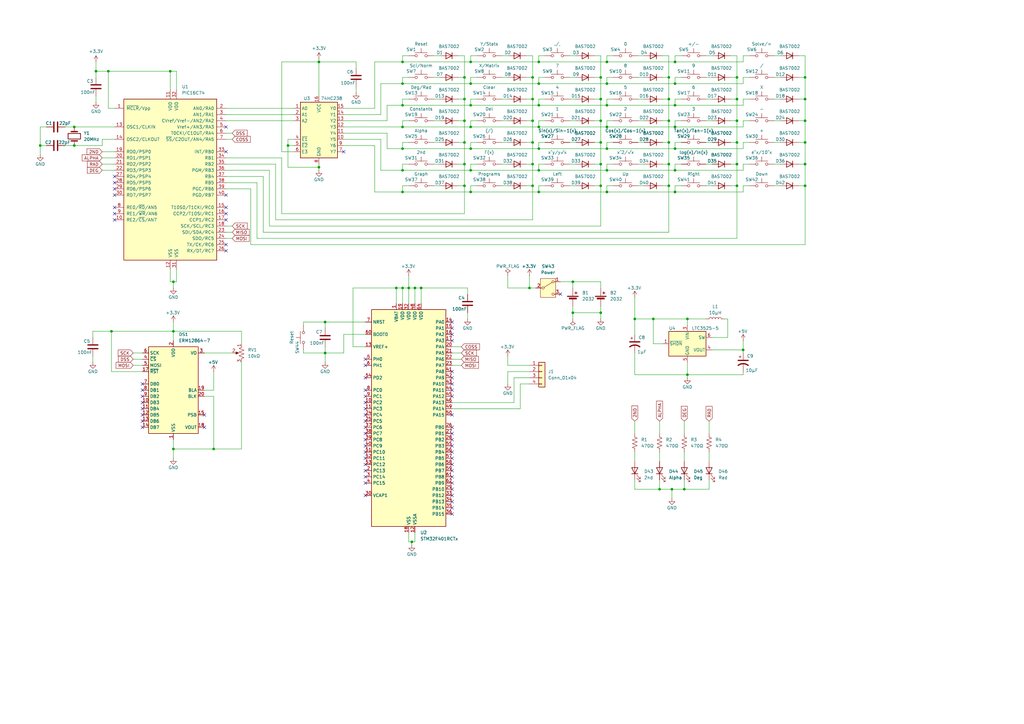
<source format=kicad_sch>
(kicad_sch (version 20250114) (generator "eeschema") (generator_version "9.0")
  (paper "A3")
  (title_block (title "PICalculator") (date "2025-02-05") (rev "1.0"))
  (junction (at 246.38 49.53))
  (junction (at 304.8 143.51))
  (junction (at 274.32 31.75))
  (junction (at 220.98 43.18))
  (junction (at 248.92 43.18))
  (junction (at 281.94 130.81))
  (junction (at 193.04 25.4))
  (junction (at 248.92 25.4))
  (junction (at 118.11 59.69))
  (junction (at 193.04 52.07))
  (junction (at 275.59 200.66))
  (junction (at 246.38 40.64))
  (junction (at 302.26 49.53))
  (junction (at 162.56 118.11))
  (junction (at 234.95 128.27))
  (junction (at 130.81 25.4))
  (junction (at 130.81 68.58))
  (junction (at 190.5 31.75))
  (junction (at 220.98 69.85))
  (junction (at 190.5 58.42))
  (junction (at 302.26 67.31))
  (junction (at 276.86 69.85))
  (junction (at 281.94 153.67))
  (junction (at 274.32 58.42))
  (junction (at 276.86 43.18))
  (junction (at 246.38 76.2))
  (junction (at 193.04 78.74))
  (junction (at 302.26 58.42))
  (junction (at 218.44 49.53))
  (junction (at 133.35 144.78))
  (junction (at 220.98 78.74))
  (junction (at 220.98 25.4))
  (junction (at 267.97 130.81))
  (junction (at 217.17 118.11))
  (junction (at 276.86 78.74))
  (junction (at 220.98 60.96))
  (junction (at 330.2 67.31))
  (junction (at 71.12 135.89))
  (junction (at 276.86 25.4))
  (junction (at 193.04 69.85))
  (junction (at 16.51 59.69))
  (junction (at 165.1 43.18))
  (junction (at 168.91 222.25))
  (junction (at 190.5 67.31))
  (junction (at 39.37 29.21))
  (junction (at 165.1 78.74))
  (junction (at 302.26 31.75))
  (junction (at 190.5 40.64))
  (junction (at 274.32 40.64))
  (junction (at 280.67 200.66))
  (junction (at 165.1 52.07))
  (junction (at 218.44 31.75))
  (junction (at 165.1 60.96))
  (junction (at 220.98 34.29))
  (junction (at 87.63 184.15))
  (junction (at 330.2 58.42))
  (junction (at 270.51 200.66))
  (junction (at 71.12 184.15))
  (junction (at 248.92 34.29))
  (junction (at 218.44 76.2))
  (junction (at 165.1 25.4))
  (junction (at 193.04 43.18))
  (junction (at 167.64 118.11))
  (junction (at 30.48 52.07))
  (junction (at 45.72 135.89))
  (junction (at 165.1 118.11))
  (junction (at 330.2 76.2))
  (junction (at 44.45 29.21))
  (junction (at 165.1 34.29))
  (junction (at 193.04 60.96))
  (junction (at 276.86 52.07))
  (junction (at 260.35 130.81))
  (junction (at 248.92 78.74))
  (junction (at 193.04 34.29))
  (junction (at 190.5 76.2))
  (junction (at 274.32 49.53))
  (junction (at 248.92 69.85))
  (junction (at 276.86 60.96))
  (junction (at 170.18 118.11))
  (junction (at 276.86 34.29))
  (junction (at 274.32 76.2))
  (junction (at 246.38 67.31))
  (junction (at 218.44 58.42))
  (junction (at 172.72 118.11))
  (junction (at 218.44 67.31))
  (junction (at 30.48 59.69))
  (junction (at 220.98 52.07))
  (junction (at 246.38 58.42))
  (junction (at 234.95 115.57))
  (junction (at 302.26 76.2))
  (junction (at 246.38 31.75))
  (junction (at 190.5 49.53))
  (junction (at 71.12 115.57))
  (junction (at 133.35 132.08))
  (junction (at 248.92 52.07))
  (junction (at 246.38 128.27))
  (junction (at 165.1 69.85))
  (junction (at 218.44 40.64))
  (junction (at 302.26 40.64))
  (junction (at 274.32 67.31))
  (junction (at 248.92 60.96))
  (junction (at 330.2 31.75))
  (junction (at 330.2 40.64))
  (junction (at 69.85 29.21))
  (junction (at 330.2 49.53))
  (no_connect (at 83.82 175.26))
  (no_connect (at 149.86 160.02))
  (no_connect (at 185.42 162.56))
  (no_connect (at 58.42 170.18))
  (no_connect (at 58.42 172.72))
  (no_connect (at 46.99 85.09))
  (no_connect (at 185.42 208.28))
  (no_connect (at 149.86 198.12))
  (no_connect (at 229.87 120.65))
  (no_connect (at 149.86 177.8))
  (no_connect (at 92.71 87.63))
  (no_connect (at 46.99 72.39))
  (no_connect (at 185.42 203.2))
  (no_connect (at 185.42 210.82))
  (no_connect (at 92.71 100.33))
  (no_connect (at 149.86 193.04))
  (no_connect (at 46.99 74.93))
  (no_connect (at 185.42 134.62))
  (no_connect (at 58.42 175.26))
  (no_connect (at 149.86 203.2))
  (no_connect (at 58.42 162.56))
  (no_connect (at 46.99 87.63))
  (no_connect (at 185.42 154.94))
  (no_connect (at 185.42 175.26))
  (no_connect (at 46.99 77.47))
  (no_connect (at 58.42 157.48))
  (no_connect (at 185.42 200.66))
  (no_connect (at 149.86 170.18))
  (no_connect (at 185.42 193.04))
  (no_connect (at 185.42 205.74))
  (no_connect (at 58.42 167.64))
  (no_connect (at 58.42 160.02))
  (no_connect (at 140.97 62.23))
  (no_connect (at 149.86 154.94))
  (no_connect (at 185.42 187.96))
  (no_connect (at 92.71 62.23))
  (no_connect (at 185.42 160.02))
  (no_connect (at 92.71 102.87))
  (no_connect (at 185.42 185.42))
  (no_connect (at 185.42 198.12))
  (no_connect (at 58.42 165.1))
  (no_connect (at 46.99 80.01))
  (no_connect (at 92.71 85.09))
  (no_connect (at 149.86 149.86))
  (no_connect (at 185.42 170.18))
  (no_connect (at 149.86 195.58))
  (no_connect (at 92.71 52.07))
  (no_connect (at 185.42 132.08))
  (no_connect (at 149.86 190.5))
  (no_connect (at 185.42 177.8))
  (no_connect (at 149.86 180.34))
  (no_connect (at 185.42 137.16))
  (no_connect (at 149.86 175.26))
  (no_connect (at 185.42 182.88))
  (no_connect (at 149.86 167.64))
  (no_connect (at 185.42 157.48))
  (no_connect (at 185.42 139.7))
  (no_connect (at 92.71 90.17))
  (no_connect (at 149.86 147.32))
  (no_connect (at 149.86 162.56))
  (no_connect (at 185.42 152.4))
  (no_connect (at 149.86 187.96))
  (no_connect (at 149.86 165.1))
  (no_connect (at 185.42 190.5))
  (no_connect (at 83.82 170.18))
  (no_connect (at 185.42 180.34))
  (no_connect (at 149.86 185.42))
  (no_connect (at 46.99 90.17))
  (no_connect (at 92.71 80.01))
  (no_connect (at 185.42 195.58))
  (no_connect (at 149.86 182.88))
  (no_connect (at 149.86 172.72))
  (wire (pts (xy 289.56 40.64) (xy 292.1 40.64)))
  (wire (pts (xy 168.91 222.25) (xy 170.18 222.25)))
  (wire (pts (xy 71.12 184.15) (xy 71.12 180.34)))
  (wire (pts (xy 233.68 58.42) (xy 236.22 58.42)))
  (wire (pts (xy 299.72 58.42) (xy 302.26 58.42)))
  (wire (pts (xy 162.56 118.11) (xy 165.1 118.11)))
  (wire (pts (xy 276.86 40.64) (xy 276.86 43.18)))
  (wire (pts (xy 167.64 118.11) (xy 167.64 124.46)))
  (wire (pts (xy 243.84 22.86) (xy 246.38 22.86)))
  (wire (pts (xy 220.98 78.74) (xy 248.92 78.74)))
  (wire (pts (xy 271.78 40.64) (xy 274.32 40.64)))
  (wire (pts (xy 243.84 49.53) (xy 246.38 49.53)))
  (wire (pts (xy 58.42 152.4) (xy 45.72 152.4)))
  (wire (pts (xy 69.85 29.21) (xy 72.39 29.21)))
  (wire (pts (xy 41.91 64.77) (xy 46.99 64.77)))
  (wire (pts (xy 299.72 49.53) (xy 302.26 49.53)))
  (wire (pts (xy 276.86 25.4) (xy 304.8 25.4)))
  (wire (pts (xy 110.49 69.85) (xy 92.71 69.85)))
  (wire (pts (xy 115.57 64.77) (xy 115.57 87.63)))
  (wire (pts (xy 167.64 31.75) (xy 165.1 31.75)))
  (wire (pts (xy 251.46 76.2) (xy 248.92 76.2)))
  (wire (pts (xy 54.61 149.86) (xy 58.42 149.86)))
  (wire (pts (xy 87.63 184.15) (xy 87.63 162.56)))
  (wire (pts (xy 38.1 135.89) (xy 45.72 135.89)))
  (wire (pts (xy 289.56 31.75) (xy 292.1 31.75)))
  (wire (pts (xy 107.95 95.25) (xy 274.32 95.25)))
  (wire (pts (xy 102.87 77.47) (xy 92.71 77.47)))
  (wire (pts (xy 276.86 78.74) (xy 304.8 78.74)))
  (wire (pts (xy 167.64 76.2) (xy 165.1 76.2)))
  (wire (pts (xy 71.12 115.57) (xy 72.39 115.57)))
  (wire (pts (xy 274.32 49.53) (xy 274.32 58.42)))
  (wire (pts (xy 302.26 49.53) (xy 302.26 58.42)))
  (wire (pts (xy 234.95 128.27) (xy 246.38 128.27)))
  (wire (pts (xy 210.82 154.94) (xy 210.82 165.1)))
  (wire (pts (xy 299.72 67.31) (xy 302.26 67.31)))
  (wire (pts (xy 213.36 157.48) (xy 213.36 167.64)))
  (wire (pts (xy 208.28 118.11) (xy 217.17 118.11)))
  (wire (pts (xy 71.12 115.57) (xy 71.12 118.11)))
  (wire (pts (xy 289.56 49.53) (xy 292.1 49.53)))
  (wire (pts (xy 297.18 130.81) (xy 298.45 130.81)))
  (wire (pts (xy 246.38 125.73) (xy 246.38 128.27)))
  (wire (pts (xy 195.58 67.31) (xy 193.04 67.31)))
  (wire (pts (xy 330.2 100.33) (xy 102.87 100.33)))
  (wire (pts (xy 248.92 76.2) (xy 248.92 78.74)))
  (wire (pts (xy 193.04 69.85) (xy 220.98 69.85)))
  (wire (pts (xy 304.8 40.64) (xy 304.8 43.18)))
  (wire (pts (xy 87.63 184.15) (xy 71.12 184.15)))
  (wire (pts (xy 190.5 67.31) (xy 190.5 76.2)))
  (wire (pts (xy 274.32 22.86) (xy 274.32 31.75)))
  (wire (pts (xy 193.04 31.75) (xy 193.04 34.29)))
  (wire (pts (xy 193.04 43.18) (xy 220.98 43.18)))
  (wire (pts (xy 177.8 67.31) (xy 180.34 67.31)))
  (wire (pts (xy 243.84 76.2) (xy 246.38 76.2)))
  (wire (pts (xy 87.63 152.4) (xy 87.63 160.02)))
  (wire (pts (xy 248.92 25.4) (xy 276.86 25.4)))
  (wire (pts (xy 195.58 22.86) (xy 193.04 22.86)))
  (wire (pts (xy 279.4 49.53) (xy 276.86 49.53)))
  (wire (pts (xy 215.9 58.42) (xy 218.44 58.42)))
  (wire (pts (xy 251.46 22.86) (xy 248.92 22.86)))
  (wire (pts (xy 251.46 67.31) (xy 248.92 67.31)))
  (wire (pts (xy 39.37 31.75) (xy 39.37 29.21)))
  (wire (pts (xy 307.34 67.31) (xy 304.8 67.31)))
  (wire (pts (xy 118.11 68.58) (xy 130.81 68.58)))
  (wire (pts (xy 248.92 22.86) (xy 248.92 25.4)))
  (wire (pts (xy 165.1 40.64) (xy 165.1 43.18)))
  (wire (pts (xy 218.44 67.31) (xy 218.44 76.2)))
  (wire (pts (xy 267.97 140.97) (xy 267.97 130.81)))
  (wire (pts (xy 193.04 52.07) (xy 220.98 52.07)))
  (wire (pts (xy 177.8 31.75) (xy 180.34 31.75)))
  (wire (pts (xy 195.58 31.75) (xy 193.04 31.75)))
  (wire (pts (xy 307.34 76.2) (xy 304.8 76.2)))
  (wire (pts (xy 271.78 58.42) (xy 274.32 58.42)))
  (wire (pts (xy 223.52 76.2) (xy 220.98 76.2)))
  (wire (pts (xy 261.62 31.75) (xy 264.16 31.75)))
  (wire (pts (xy 289.56 22.86) (xy 292.1 22.86)))
  (wire (pts (xy 71.12 132.08) (xy 71.12 135.89)))
  (wire (pts (xy 218.44 58.42) (xy 218.44 67.31)))
  (wire (pts (xy 275.59 200.66) (xy 280.67 200.66)))
  (wire (pts (xy 187.96 76.2) (xy 190.5 76.2)))
  (wire (pts (xy 69.85 29.21) (xy 69.85 36.83)))
  (wire (pts (xy 165.1 52.07) (xy 193.04 52.07)))
  (wire (pts (xy 165.1 43.18) (xy 193.04 43.18)))
  (wire (pts (xy 271.78 22.86) (xy 274.32 22.86)))
  (wire (pts (xy 165.1 25.4) (xy 193.04 25.4)))
  (wire (pts (xy 69.85 115.57) (xy 71.12 115.57)))
  (wire (pts (xy 302.26 40.64) (xy 302.26 49.53)))
  (wire (pts (xy 105.41 97.79) (xy 302.26 97.79)))
  (wire (pts (xy 304.8 153.67) (xy 304.8 152.4)))
  (wire (pts (xy 261.62 76.2) (xy 264.16 76.2)))
  (wire (pts (xy 274.32 58.42) (xy 274.32 67.31)))
  (wire (pts (xy 124.46 133.35) (xy 124.46 132.08)))
  (wire (pts (xy 38.1 146.05) (xy 38.1 148.59)))
  (wire (pts (xy 302.26 76.2) (xy 302.26 97.79)))
  (wire (pts (xy 41.91 69.85) (xy 46.99 69.85)))
  (wire (pts (xy 113.03 67.31) (xy 92.71 67.31)))
  (wire (pts (xy 83.82 160.02) (xy 87.63 160.02)))
  (wire (pts (xy 218.44 76.2) (xy 218.44 90.17)))
  (wire (pts (xy 167.64 222.25) (xy 168.91 222.25)))
  (wire (pts (xy 276.86 49.53) (xy 276.86 52.07)))
  (wire (pts (xy 205.74 58.42) (xy 208.28 58.42)))
  (wire (pts (xy 234.95 115.57) (xy 234.95 118.11)))
  (wire (pts (xy 299.72 40.64) (xy 302.26 40.64)))
  (wire (pts (xy 251.46 49.53) (xy 248.92 49.53)))
  (wire (pts (xy 219.71 118.11) (xy 217.17 118.11)))
  (wire (pts (xy 193.04 58.42) (xy 193.04 60.96)))
  (wire (pts (xy 99.06 140.97) (xy 99.06 135.89)))
  (wire (pts (xy 158.75 49.53) (xy 158.75 43.18)))
  (wire (pts (xy 102.87 100.33) (xy 102.87 77.47)))
  (wire (pts (xy 193.04 34.29) (xy 220.98 34.29)))
  (wire (pts (xy 274.32 40.64) (xy 274.32 49.53)))
  (wire (pts (xy 69.85 110.49) (xy 69.85 115.57)))
  (wire (pts (xy 220.98 34.29) (xy 248.92 34.29)))
  (wire (pts (xy 218.44 40.64) (xy 218.44 49.53)))
  (wire (pts (xy 261.62 58.42) (xy 264.16 58.42)))
  (wire (pts (xy 153.67 25.4) (xy 153.67 44.45)))
  (wire (pts (xy 220.98 40.64) (xy 220.98 43.18)))
  (wire (pts (xy 248.92 40.64) (xy 248.92 43.18)))
  (wire (pts (xy 248.92 78.74) (xy 276.86 78.74)))
  (wire (pts (xy 172.72 118.11) (xy 172.72 124.46)))
  (wire (pts (xy 233.68 67.31) (xy 236.22 67.31)))
  (wire (pts (xy 246.38 67.31) (xy 246.38 76.2)))
  (wire (pts (xy 233.68 76.2) (xy 236.22 76.2)))
  (wire (pts (xy 16.51 59.69) (xy 19.05 59.69)))
  (wire (pts (xy 220.98 25.4) (xy 248.92 25.4)))
  (wire (pts (xy 195.58 76.2) (xy 193.04 76.2)))
  (wire (pts (xy 317.5 67.31) (xy 320.04 67.31)))
  (wire (pts (xy 158.75 54.61) (xy 158.75 60.96)))
  (wire (pts (xy 208.28 146.05) (xy 208.28 149.86)))
  (wire (pts (xy 190.5 49.53) (xy 190.5 58.42)))
  (wire (pts (xy 187.96 49.53) (xy 190.5 49.53)))
  (wire (pts (xy 261.62 49.53) (xy 264.16 49.53)))
  (wire (pts (xy 118.11 59.69) (xy 120.65 59.69)))
  (wire (pts (xy 72.39 29.21) (xy 72.39 36.83)))
  (wire (pts (xy 165.1 49.53) (xy 165.1 52.07)))
  (wire (pts (xy 246.38 128.27) (xy 246.38 130.81)))
  (wire (pts (xy 279.4 22.86) (xy 276.86 22.86)))
  (wire (pts (xy 130.81 68.58) (xy 130.81 69.85)))
  (wire (pts (xy 276.86 76.2) (xy 276.86 78.74)))
  (wire (pts (xy 140.97 59.69) (xy 153.67 59.69)))
  (wire (pts (xy 165.1 118.11) (xy 165.1 124.46)))
  (wire (pts (xy 118.11 59.69) (xy 118.11 68.58)))
  (wire (pts (xy 327.66 31.75) (xy 330.2 31.75)))
  (wire (pts (xy 261.62 22.86) (xy 264.16 22.86)))
  (wire (pts (xy 220.98 76.2) (xy 220.98 78.74)))
  (wire (pts (xy 330.2 22.86) (xy 330.2 31.75)))
  (wire (pts (xy 246.38 76.2) (xy 246.38 92.71)))
  (wire (pts (xy 167.64 67.31) (xy 165.1 67.31)))
  (wire (pts (xy 71.12 135.89) (xy 99.06 135.89)))
  (wire (pts (xy 177.8 58.42) (xy 180.34 58.42)))
  (wire (pts (xy 215.9 31.75) (xy 218.44 31.75)))
  (wire (pts (xy 193.04 25.4) (xy 220.98 25.4)))
  (wire (pts (xy 168.91 222.25) (xy 168.91 223.52)))
  (wire (pts (xy 243.84 31.75) (xy 246.38 31.75)))
  (wire (pts (xy 218.44 31.75) (xy 218.44 40.64)))
  (wire (pts (xy 187.96 31.75) (xy 190.5 31.75)))
  (wire (pts (xy 302.26 22.86) (xy 302.26 31.75)))
  (wire (pts (xy 193.04 78.74) (xy 220.98 78.74)))
  (wire (pts (xy 304.8 58.42) (xy 304.8 60.96)))
  (wire (pts (xy 304.8 49.53) (xy 304.8 52.07)))
  (wire (pts (xy 193.04 49.53) (xy 193.04 52.07)))
  (wire (pts (xy 220.98 69.85) (xy 248.92 69.85)))
  (wire (pts (xy 327.66 76.2) (xy 330.2 76.2)))
  (wire (pts (xy 165.1 22.86) (xy 165.1 25.4)))
  (wire (pts (xy 149.86 142.24) (xy 144.78 142.24)))
  (wire (pts (xy 118.11 57.15) (xy 118.11 59.69)))
  (wire (pts (xy 205.74 22.86) (xy 208.28 22.86)))
  (wire (pts (xy 99.06 184.15) (xy 99.06 148.59)))
  (wire (pts (xy 223.52 22.86) (xy 220.98 22.86)))
  (wire (pts (xy 133.35 144.78) (xy 140.97 144.78)))
  (wire (pts (xy 71.12 135.89) (xy 71.12 139.7)))
  (wire (pts (xy 220.98 58.42) (xy 220.98 60.96)))
  (wire (pts (xy 275.59 200.66) (xy 275.59 204.47)))
  (wire (pts (xy 298.45 138.43) (xy 292.1 138.43)))
  (wire (pts (xy 307.34 49.53) (xy 304.8 49.53)))
  (wire (pts (xy 299.72 76.2) (xy 302.26 76.2)))
  (wire (pts (xy 246.38 40.64) (xy 246.38 49.53)))
  (wire (pts (xy 26.67 59.69) (xy 30.48 59.69)))
  (wire (pts (xy 167.64 49.53) (xy 165.1 49.53)))
  (wire (pts (xy 289.56 58.42) (xy 292.1 58.42)))
  (wire (pts (xy 330.2 67.31) (xy 330.2 76.2)))
  (wire (pts (xy 177.8 40.64) (xy 180.34 40.64)))
  (wire (pts (xy 317.5 76.2) (xy 320.04 76.2)))
  (wire (pts (xy 260.35 121.92) (xy 260.35 130.81)))
  (wire (pts (xy 261.62 40.64) (xy 264.16 40.64)))
  (wire (pts (xy 170.18 118.11) (xy 170.18 124.46)))
  (wire (pts (xy 158.75 60.96) (xy 165.1 60.96)))
  (wire (pts (xy 170.18 118.11) (xy 172.72 118.11)))
  (wire (pts (xy 218.44 22.86) (xy 218.44 31.75)))
  (wire (pts (xy 165.1 60.96) (xy 193.04 60.96)))
  (wire (pts (xy 248.92 60.96) (xy 276.86 60.96)))
  (wire (pts (xy 146.05 35.56) (xy 146.05 38.1)))
  (wire (pts (xy 233.68 31.75) (xy 236.22 31.75)))
  (wire (pts (xy 133.35 144.78) (xy 133.35 148.59)))
  (wire (pts (xy 39.37 29.21) (xy 44.45 29.21)))
  (wire (pts (xy 195.58 49.53) (xy 193.04 49.53)))
  (wire (pts (xy 304.8 139.7) (xy 304.8 143.51)))
  (wire (pts (xy 124.46 132.08) (xy 133.35 132.08)))
  (wire (pts (xy 267.97 130.81) (xy 281.94 130.81)))
  (wire (pts (xy 41.91 59.69) (xy 30.48 59.69)))
  (wire (pts (xy 218.44 90.17) (xy 113.03 90.17)))
  (wire (pts (xy 317.5 40.64) (xy 320.04 40.64)))
  (wire (pts (xy 16.51 52.07) (xy 16.51 59.69)))
  (wire (pts (xy 317.5 58.42) (xy 320.04 58.42)))
  (wire (pts (xy 279.4 76.2) (xy 276.86 76.2)))
  (wire (pts (xy 83.82 162.56) (xy 87.63 162.56)))
  (wire (pts (xy 251.46 58.42) (xy 248.92 58.42)))
  (wire (pts (xy 130.81 25.4) (xy 146.05 25.4)))
  (wire (pts (xy 170.18 222.25) (xy 170.18 218.44)))
  (wire (pts (xy 140.97 57.15) (xy 156.21 57.15)))
  (wire (pts (xy 276.86 31.75) (xy 276.86 34.29)))
  (wire (pts (xy 191.77 120.65) (xy 191.77 118.11)))
  (wire (pts (xy 276.86 34.29) (xy 304.8 34.29)))
  (wire (pts (xy 223.52 58.42) (xy 220.98 58.42)))
  (wire (pts (xy 133.35 132.08) (xy 149.86 132.08)))
  (wire (pts (xy 165.1 58.42) (xy 165.1 60.96)))
  (wire (pts (xy 276.86 58.42) (xy 276.86 60.96)))
  (wire (pts (xy 299.72 22.86) (xy 302.26 22.86)))
  (wire (pts (xy 220.98 22.86) (xy 220.98 25.4)))
  (wire (pts (xy 220.98 31.75) (xy 220.98 34.29)))
  (wire (pts (xy 165.1 67.31) (xy 165.1 69.85)))
  (wire (pts (xy 46.99 57.15) (xy 41.91 57.15)))
  (wire (pts (xy 213.36 167.64) (xy 185.42 167.64)))
  (wire (pts (xy 92.71 97.79) (xy 95.25 97.79)))
  (wire (pts (xy 302.26 58.42) (xy 302.26 67.31)))
  (wire (pts (xy 115.57 62.23) (xy 115.57 25.4)))
  (wire (pts (xy 270.51 200.66) (xy 275.59 200.66)))
  (wire (pts (xy 280.67 196.85) (xy 280.67 200.66)))
  (wire (pts (xy 185.42 149.86) (xy 189.23 149.86)))
  (wire (pts (xy 281.94 133.35) (xy 281.94 130.81)))
  (wire (pts (xy 107.95 72.39) (xy 107.95 95.25)))
  (wire (pts (xy 185.42 144.78) (xy 189.23 144.78)))
  (wire (pts (xy 317.5 49.53) (xy 320.04 49.53)))
  (wire (pts (xy 156.21 34.29) (xy 165.1 34.29)))
  (wire (pts (xy 233.68 40.64) (xy 236.22 40.64)))
  (wire (pts (xy 105.41 74.93) (xy 105.41 97.79)))
  (wire (pts (xy 172.72 118.11) (xy 191.77 118.11)))
  (wire (pts (xy 271.78 49.53) (xy 274.32 49.53)))
  (wire (pts (xy 260.35 185.42) (xy 260.35 189.23)))
  (wire (pts (xy 193.04 22.86) (xy 193.04 25.4)))
  (wire (pts (xy 248.92 31.75) (xy 248.92 34.29)))
  (wire (pts (xy 304.8 144.78) (xy 304.8 143.51)))
  (wire (pts (xy 271.78 140.97) (xy 267.97 140.97)))
  (wire (pts (xy 130.81 25.4) (xy 130.81 24.13)))
  (wire (pts (xy 261.62 67.31) (xy 264.16 67.31)))
  (wire (pts (xy 248.92 69.85) (xy 276.86 69.85)))
  (wire (pts (xy 281.94 153.67) (xy 304.8 153.67)))
  (wire (pts (xy 220.98 43.18) (xy 248.92 43.18)))
  (wire (pts (xy 271.78 31.75) (xy 274.32 31.75)))
  (wire (pts (xy 191.77 128.27) (xy 191.77 130.81)))
  (wire (pts (xy 92.71 46.99) (xy 120.65 46.99)))
  (wire (pts (xy 190.5 40.64) (xy 190.5 49.53)))
  (wire (pts (xy 271.78 76.2) (xy 274.32 76.2)))
  (wire (pts (xy 281.94 153.67) (xy 281.94 154.94)))
  (wire (pts (xy 274.32 67.31) (xy 274.32 76.2)))
  (wire (pts (xy 205.74 31.75) (xy 208.28 31.75)))
  (wire (pts (xy 281.94 130.81) (xy 289.56 130.81)))
  (wire (pts (xy 210.82 165.1) (xy 185.42 165.1)))
  (wire (pts (xy 243.84 40.64) (xy 246.38 40.64)))
  (wire (pts (xy 304.8 67.31) (xy 304.8 69.85)))
  (wire (pts (xy 144.78 142.24) (xy 144.78 118.11)))
  (wire (pts (xy 215.9 49.53) (xy 218.44 49.53)))
  (wire (pts (xy 205.74 40.64) (xy 208.28 40.64)))
  (wire (pts (xy 205.74 67.31) (xy 208.28 67.31)))
  (wire (pts (xy 276.86 52.07) (xy 304.8 52.07)))
  (wire (pts (xy 120.65 57.15) (xy 118.11 57.15)))
  (wire (pts (xy 215.9 22.86) (xy 218.44 22.86)))
  (wire (pts (xy 279.4 40.64) (xy 276.86 40.64)))
  (wire (pts (xy 92.71 64.77) (xy 115.57 64.77)))
  (wire (pts (xy 167.64 113.03) (xy 167.64 118.11)))
  (wire (pts (xy 327.66 40.64) (xy 330.2 40.64)))
  (wire (pts (xy 243.84 67.31) (xy 246.38 67.31)))
  (wire (pts (xy 124.46 143.51) (xy 124.46 144.78)))
  (wire (pts (xy 72.39 115.57) (xy 72.39 110.49)))
  (wire (pts (xy 260.35 144.78) (xy 260.35 153.67)))
  (wire (pts (xy 140.97 49.53) (xy 158.75 49.53)))
  (wire (pts (xy 215.9 76.2) (xy 218.44 76.2)))
  (wire (pts (xy 248.92 58.42) (xy 248.92 60.96)))
  (wire (pts (xy 290.83 172.72) (xy 290.83 177.8)))
  (wire (pts (xy 270.51 196.85) (xy 270.51 200.66)))
  (wire (pts (xy 177.8 22.86) (xy 180.34 22.86)))
  (wire (pts (xy 158.75 43.18) (xy 165.1 43.18)))
  (wire (pts (xy 45.72 152.4) (xy 45.72 135.89)))
  (wire (pts (xy 19.05 52.07) (xy 16.51 52.07)))
  (wire (pts (xy 115.57 87.63) (xy 190.5 87.63)))
  (wire (pts (xy 185.42 147.32) (xy 189.23 147.32)))
  (wire (pts (xy 304.8 31.75) (xy 304.8 34.29)))
  (wire (pts (xy 276.86 22.86) (xy 276.86 25.4)))
  (wire (pts (xy 260.35 172.72) (xy 260.35 177.8)))
  (wire (pts (xy 302.26 31.75) (xy 302.26 40.64)))
  (wire (pts (xy 162.56 124.46) (xy 162.56 118.11)))
  (wire (pts (xy 260.35 130.81) (xy 267.97 130.81)))
  (wire (pts (xy 246.38 22.86) (xy 246.38 31.75)))
  (wire (pts (xy 327.66 49.53) (xy 330.2 49.53)))
  (wire (pts (xy 140.97 137.16) (xy 140.97 144.78)))
  (wire (pts (xy 234.95 115.57) (xy 246.38 115.57)))
  (wire (pts (xy 276.86 69.85) (xy 304.8 69.85)))
  (wire (pts (xy 248.92 43.18) (xy 276.86 43.18)))
  (wire (pts (xy 279.4 58.42) (xy 276.86 58.42)))
  (wire (pts (xy 280.67 200.66) (xy 290.83 200.66)))
  (wire (pts (xy 279.4 31.75) (xy 276.86 31.75)))
  (wire (pts (xy 41.91 67.31) (xy 46.99 67.31)))
  (wire (pts (xy 205.74 49.53) (xy 208.28 49.53)))
  (wire (pts (xy 223.52 31.75) (xy 220.98 31.75)))
  (wire (pts (xy 260.35 196.85) (xy 260.35 200.66)))
  (wire (pts (xy 248.92 49.53) (xy 248.92 52.07)))
  (wire (pts (xy 234.95 128.27) (xy 234.95 130.81)))
  (wire (pts (xy 281.94 148.59) (xy 281.94 153.67)))
  (wire (pts (xy 274.32 31.75) (xy 274.32 40.64)))
  (wire (pts (xy 156.21 57.15) (xy 156.21 69.85)))
  (wire (pts (xy 220.98 60.96) (xy 248.92 60.96)))
  (wire (pts (xy 248.92 52.07) (xy 276.86 52.07)))
  (wire (pts (xy 260.35 200.66) (xy 270.51 200.66)))
  (wire (pts (xy 156.21 69.85) (xy 165.1 69.85)))
  (wire (pts (xy 279.4 67.31) (xy 276.86 67.31)))
  (wire (pts (xy 92.71 74.93) (xy 105.41 74.93)))
  (wire (pts (xy 289.56 67.31) (xy 292.1 67.31)))
  (wire (pts (xy 113.03 90.17) (xy 113.03 67.31)))
  (wire (pts (xy 317.5 31.75) (xy 320.04 31.75)))
  (wire (pts (xy 190.5 58.42) (xy 190.5 67.31)))
  (wire (pts (xy 165.1 118.11) (xy 167.64 118.11)))
  (wire (pts (xy 187.96 67.31) (xy 190.5 67.31)))
  (wire (pts (xy 130.81 67.31) (xy 130.81 68.58)))
  (wire (pts (xy 330.2 49.53) (xy 330.2 58.42)))
  (wire (pts (xy 307.34 22.86) (xy 304.8 22.86)))
  (wire (pts (xy 208.28 113.03) (xy 208.28 118.11)))
  (wire (pts (xy 153.67 78.74) (xy 165.1 78.74)))
  (wire (pts (xy 215.9 67.31) (xy 218.44 67.31)))
  (wire (pts (xy 193.04 76.2) (xy 193.04 78.74)))
  (wire (pts (xy 220.98 49.53) (xy 220.98 52.07)))
  (wire (pts (xy 133.35 144.78) (xy 133.35 142.24)))
  (wire (pts (xy 327.66 22.86) (xy 330.2 22.86)))
  (wire (pts (xy 195.58 40.64) (xy 193.04 40.64)))
  (wire (pts (xy 307.34 31.75) (xy 304.8 31.75)))
  (wire (pts (xy 140.97 54.61) (xy 158.75 54.61)))
  (wire (pts (xy 190.5 22.86) (xy 190.5 31.75)))
  (wire (pts (xy 45.72 135.89) (xy 71.12 135.89)))
  (wire (pts (xy 185.42 142.24) (xy 189.23 142.24)))
  (wire (pts (xy 246.38 49.53) (xy 246.38 58.42)))
  (wire (pts (xy 243.84 58.42) (xy 246.38 58.42)))
  (wire (pts (xy 92.71 49.53) (xy 120.65 49.53)))
  (wire (pts (xy 304.8 143.51) (xy 292.1 143.51)))
  (wire (pts (xy 167.64 58.42) (xy 165.1 58.42)))
  (wire (pts (xy 220.98 67.31) (xy 220.98 69.85)))
  (wire (pts (xy 87.63 184.15) (xy 99.06 184.15)))
  (wire (pts (xy 193.04 67.31) (xy 193.04 69.85)))
  (wire (pts (xy 234.95 125.73) (xy 234.95 128.27)))
  (wire (pts (xy 302.26 67.31) (xy 302.26 76.2)))
  (wire (pts (xy 298.45 130.81) (xy 298.45 138.43)))
  (wire (pts (xy 165.1 31.75) (xy 165.1 34.29)))
  (wire (pts (xy 280.67 172.72) (xy 280.67 177.8)))
  (wire (pts (xy 223.52 49.53) (xy 220.98 49.53)))
  (wire (pts (xy 153.67 44.45) (xy 140.97 44.45)))
  (wire (pts (xy 276.86 43.18) (xy 304.8 43.18)))
  (wire (pts (xy 271.78 67.31) (xy 274.32 67.31)))
  (wire (pts (xy 223.52 40.64) (xy 220.98 40.64)))
  (wire (pts (xy 330.2 58.42) (xy 330.2 67.31)))
  (wire (pts (xy 115.57 25.4) (xy 130.81 25.4)))
  (wire (pts (xy 220.98 52.07) (xy 248.92 52.07)))
  (wire (pts (xy 133.35 132.08) (xy 133.35 134.62)))
  (wire (pts (xy 92.71 95.25) (xy 95.25 95.25)))
  (wire (pts (xy 165.1 78.74) (xy 193.04 78.74)))
  (wire (pts (xy 177.8 49.53) (xy 180.34 49.53)))
  (wire (pts (xy 190.5 31.75) (xy 190.5 40.64)))
  (wire (pts (xy 46.99 44.45) (xy 44.45 44.45)))
  (wire (pts (xy 39.37 25.4) (xy 39.37 29.21)))
  (wire (pts (xy 140.97 52.07) (xy 165.1 52.07)))
  (wire (pts (xy 190.5 76.2) (xy 190.5 87.63)))
  (wire (pts (xy 280.67 185.42) (xy 280.67 189.23)))
  (wire (pts (xy 246.38 58.42) (xy 246.38 67.31)))
  (wire (pts (xy 307.34 40.64) (xy 304.8 40.64)))
  (wire (pts (xy 213.36 157.48) (xy 217.17 157.48)))
  (wire (pts (xy 38.1 138.43) (xy 38.1 135.89)))
  (wire (pts (xy 54.61 147.32) (xy 58.42 147.32)))
  (wire (pts (xy 92.71 44.45) (xy 120.65 44.45)))
  (wire (pts (xy 44.45 44.45) (xy 44.45 29.21)))
  (wire (pts (xy 299.72 31.75) (xy 302.26 31.75)))
  (wire (pts (xy 83.82 144.78) (xy 95.25 144.78)))
  (wire (pts (xy 187.96 58.42) (xy 190.5 58.42)))
  (wire (pts (xy 92.71 54.61) (xy 95.25 54.61)))
  (wire (pts (xy 92.71 72.39) (xy 107.95 72.39)))
  (wire (pts (xy 246.38 92.71) (xy 110.49 92.71)))
  (wire (pts (xy 39.37 39.37) (xy 39.37 41.91)))
  (wire (pts (xy 289.56 76.2) (xy 292.1 76.2)))
  (wire (pts (xy 92.71 92.71) (xy 95.25 92.71)))
  (wire (pts (xy 71.12 184.15) (xy 71.12 187.96)))
  (wire (pts (xy 208.28 152.4) (xy 217.17 152.4)))
  (wire (pts (xy 304.8 22.86) (xy 304.8 25.4)))
  (wire (pts (xy 276.86 60.96) (xy 304.8 60.96)))
  (wire (pts (xy 251.46 31.75) (xy 248.92 31.75)))
  (wire (pts (xy 304.8 76.2) (xy 304.8 78.74)))
  (wire (pts (xy 223.52 67.31) (xy 220.98 67.31)))
  (wire (pts (xy 248.92 67.31) (xy 248.92 69.85)))
  (wire (pts (xy 165.1 69.85) (xy 193.04 69.85)))
  (wire (pts (xy 327.66 67.31) (xy 330.2 67.31)))
  (wire (pts (xy 251.46 40.64) (xy 248.92 40.64)))
  (wire (pts (xy 327.66 58.42) (xy 330.2 58.42)))
  (wire (pts (xy 246.38 115.57) (xy 246.38 118.11)))
  (wire (pts (xy 260.35 130.81) (xy 260.35 137.16)))
  (wire (pts (xy 248.92 34.29) (xy 276.86 34.29)))
  (wire (pts (xy 217.17 118.11) (xy 217.17 113.03)))
  (wire (pts (xy 153.67 59.69) (xy 153.67 78.74)))
  (wire (pts (xy 167.64 22.86) (xy 165.1 22.86)))
  (wire (pts (xy 215.9 40.64) (xy 218.44 40.64)))
  (wire (pts (xy 167.64 118.11) (xy 170.18 118.11)))
  (wire (pts (xy 276.86 67.31) (xy 276.86 69.85)))
  (wire (pts (xy 16.51 59.69) (xy 16.51 63.5)))
  (wire (pts (xy 193.04 60.96) (xy 220.98 60.96)))
  (wire (pts (xy 146.05 25.4) (xy 146.05 27.94)))
  (wire (pts (xy 140.97 46.99) (xy 156.21 46.99)))
  (wire (pts (xy 317.5 22.86) (xy 320.04 22.86)))
  (wire (pts (xy 307.34 58.42) (xy 304.8 58.42)))
  (wire (pts (xy 270.51 172.72) (xy 270.51 177.8)))
  (wire (pts (xy 210.82 154.94) (xy 217.17 154.94)))
  (wire (pts (xy 205.74 76.2) (xy 208.28 76.2)))
  (wire (pts (xy 110.49 92.71) (xy 110.49 69.85)))
  (wire (pts (xy 167.64 40.64) (xy 165.1 40.64)))
  (wire (pts (xy 260.35 153.67) (xy 281.94 153.67)))
  (wire (pts (xy 41.91 59.69) (xy 41.91 57.15)))
  (wire (pts (xy 41.91 62.23) (xy 46.99 62.23)))
  (wire (pts (xy 177.8 76.2) (xy 180.34 76.2)))
  (wire (pts (xy 290.83 185.42) (xy 290.83 189.23)))
  (wire (pts (xy 26.67 52.07) (xy 30.48 52.07)))
  (wire (pts (xy 156.21 46.99) (xy 156.21 34.29)))
  (wire (pts (xy 144.78 118.11) (xy 162.56 118.11)))
  (wire (pts (xy 195.58 58.42) (xy 193.04 58.42)))
  (wire (pts (xy 270.51 185.42) (xy 270.51 189.23)))
  (wire (pts (xy 229.87 115.57) (xy 234.95 115.57)))
  (wire (pts (xy 54.61 144.78) (xy 58.42 144.78)))
  (wire (pts (xy 330.2 40.64) (xy 330.2 49.53)))
  (wire (pts (xy 246.38 31.75) (xy 246.38 40.64)))
  (wire (pts (xy 165.1 76.2) (xy 165.1 78.74)))
  (wire (pts (xy 218.44 49.53) (xy 218.44 58.42)))
  (wire (pts (xy 208.28 149.86) (xy 217.17 149.86)))
  (wire (pts (xy 130.81 25.4) (xy 130.81 39.37)))
  (wire (pts (xy 140.97 137.16) (xy 149.86 137.16)))
  (wire (pts (xy 330.2 31.75) (xy 330.2 40.64)))
  (wire (pts (xy 274.32 76.2) (xy 274.32 95.25)))
  (wire (pts (xy 30.48 52.07) (xy 46.99 52.07)))
  (wire (pts (xy 92.71 57.15) (xy 95.25 57.15)))
  (wire (pts (xy 167.64 218.44) (xy 167.64 222.25)))
  (wire (pts (xy 124.46 144.78) (xy 133.35 144.78)))
  (wire (pts (xy 187.96 40.64) (xy 190.5 40.64)))
  (wire (pts (xy 233.68 22.86) (xy 236.22 22.86)))
  (wire (pts (xy 165.1 25.4) (xy 153.67 25.4)))
  (wire (pts (xy 290.83 200.66) (xy 290.83 196.85)))
  (wire (pts (xy 120.65 62.23) (xy 115.57 62.23)))
  (wire (pts (xy 44.45 29.21) (xy 69.85 29.21)))
  (wire (pts (xy 233.68 49.53) (xy 236.22 49.53)))
  (wire (pts (xy 330.2 76.2) (xy 330.2 100.33)))
  (wire (pts (xy 208.28 152.4) (xy 208.28 157.48)))
  (wire (pts (xy 165.1 34.29) (xy 193.04 34.29)))
  (wire (pts (xy 187.96 22.86) (xy 190.5 22.86)))
  (wire (pts (xy 193.04 40.64) (xy 193.04 43.18)))
  (global_label "ALPHA" (shape input) (at 270.51 172.72 90) (property "Intersheetrefs" "${INTERSHEET_REFS}" (effects (hide yes))))
  (global_label "COSS" (shape input) (at 95.25 57.15 0) (property "Intersheetrefs" "${INTERSHEET_REFS}" (effects (hide yes))))
  (global_label "2ND" (shape input) (at 41.91 62.23 180) (property "Intersheetrefs" "${INTERSHEET_REFS}" (effects (hide yes))))
  (global_label "SCK" (shape input) (at 54.61 144.78 180) (property "Intersheetrefs" "${INTERSHEET_REFS}" (effects (hide yes))))
  (global_label "COSS" (shape input) (at 189.23 142.24 0) (property "Intersheetrefs" "${INTERSHEET_REFS}" (effects (hide yes))))
  (global_label "DSS" (shape input) (at 54.61 147.32 180) (property "Intersheetrefs" "${INTERSHEET_REFS}" (effects (hide yes))))
  (global_label "DSS" (shape input) (at 95.25 54.61 0) (property "Intersheetrefs" "${INTERSHEET_REFS}" (effects (hide yes))))
  (global_label "RAD" (shape input) (at 290.83 172.72 90) (property "Intersheetrefs" "${INTERSHEET_REFS}" (effects (hide yes))))
  (global_label "MOSI" (shape input) (at 95.25 97.79 0) (property "Intersheetrefs" "${INTERSHEET_REFS}" (effects (hide yes))))
  (global_label "MISO" (shape input) (at 95.25 95.25 0) (property "Intersheetrefs" "${INTERSHEET_REFS}" (effects (hide yes))))
  (global_label "2ND" (shape input) (at 260.35 172.72 90) (property "Intersheetrefs" "${INTERSHEET_REFS}" (effects (hide yes))))
  (global_label "MOSI" (shape input) (at 54.61 149.86 180) (property "Intersheetrefs" "${INTERSHEET_REFS}" (effects (hide yes))))
  (global_label "MOSI" (shape input) (at 189.23 149.86 0) (property "Intersheetrefs" "${INTERSHEET_REFS}" (effects (hide yes))))
  (global_label "RAD" (shape input) (at 41.91 67.31 180) (property "Intersheetrefs" "${INTERSHEET_REFS}" (effects (hide yes))))
  (global_label "DEG" (shape input) (at 41.91 69.85 180) (property "Intersheetrefs" "${INTERSHEET_REFS}" (effects (hide yes))))
  (global_label "DEG" (shape input) (at 280.67 172.72 90) (property "Intersheetrefs" "${INTERSHEET_REFS}" (effects (hide yes))))
  (global_label "ALPHA" (shape input) (at 41.91 64.77 180) (property "Intersheetrefs" "${INTERSHEET_REFS}" (effects (hide yes))))
  (global_label "MISO" (shape input) (at 189.23 147.32 0) (property "Intersheetrefs" "${INTERSHEET_REFS}" (effects (hide yes))))
  (global_label "SCK" (shape input) (at 95.25 92.71 0) (property "Intersheetrefs" "${INTERSHEET_REFS}" (effects (hide yes))))
  (global_label "SCK" (shape input) (at 189.23 144.78 0) (property "Intersheetrefs" "${INTERSHEET_REFS}" (effects (hide yes))))
  (symbol (lib_id "Device:D") (at 323.85 49.53 180) (unit 1)
    (property "Reference" "D24" (at 320.04 48.26 0))
    (property "Value" "BAS7002" (at 323.85 45.72 0))
    (property "Footprint" "Diode_SMD:D_SOD-523" (effects (hide yes)))
    (property "Description" "Diode" (effects (hide yes)))
    (property "Sim.Device" "D" (effects (hide yes)))
    (property "Sim.Pins" "1=K 2=A" (effects (hide yes)))
  )
  (symbol (lib_id "Switch:SW_Push") (at 200.66 49.53 0) (unit 1)
    (property "Reference" "SW20" (at 196.596 46.99 0))
    (property "Value" "Del" (at 200.66 44.704 0))
    (property "Footprint" "Button_Switch_THT:SW_PUSH_6mm" (effects (hide yes)))
    (property "Description" "Push button switch, generic, two pins" (effects (hide yes)))
  )
  (symbol (lib_id "Switch:SW_Push") (at 312.42 76.2 0) (unit 1)
    (property "Reference" "SW42" (at 308.356 73.66 0))
    (property "Value" "Down" (at 312.42 71.374 0))
    (property "Footprint" "Button_Switch_THT:SW_PUSH_6mm" (effects (hide yes)))
    (property "Description" "Push button switch, generic, two pins" (effects (hide yes)))
  )
  (symbol (lib_id "Switch:SW_Push") (at 228.6 76.2 0) (unit 1)
    (property "Reference" "SW39" (at 224.536 73.66 0))
    (property "Value" "Left" (at 228.6 71.374 0))
    (property "Footprint" "Button_Switch_THT:SW_PUSH_6mm" (effects (hide yes)))
    (property "Description" "Push button switch, generic, two pins" (effects (hide yes)))
  )
  (symbol (lib_id "Device:D") (at 184.15 40.64 180) (unit 1)
    (property "Reference" "D13" (at 180.34 39.37 0))
    (property "Value" "BAS7002" (at 184.15 36.83 0))
    (property "Footprint" "Diode_SMD:D_SOD-523" (effects (hide yes)))
    (property "Description" "Diode" (effects (hide yes)))
    (property "Sim.Device" "D" (effects (hide yes)))
    (property "Sim.Pins" "1=K 2=A" (effects (hide yes)))
  )
  (symbol (lib_id "Switch:SW_Push") (at 200.66 67.31 0) (unit 1)
    (property "Reference" "SW32" (at 196.596 64.77 0))
    (property "Value" "Γ(x)" (at 200.66 62.484 0))
    (property "Footprint" "Button_Switch_THT:SW_PUSH_6mm" (effects (hide yes)))
    (property "Description" "Push button switch, generic, two pins" (effects (hide yes)))
  )
  (symbol (lib_id "Switch:SW_Push") (at 172.72 58.42 0) (unit 1)
    (property "Reference" "SW25" (at 168.656 55.88 0))
    (property "Value" "Alpha" (at 172.72 53.594 0))
    (property "Footprint" "Button_Switch_THT:SW_PUSH_6mm" (effects (hide yes)))
    (property "Description" "Push button switch, generic, two pins" (effects (hide yes)))
  )
  (symbol (lib_id "Device:D") (at 240.03 49.53 180) (unit 1)
    (property "Reference" "D21" (at 236.22 48.26 0))
    (property "Value" "BAS7002" (at 240.03 45.72 0))
    (property "Footprint" "Diode_SMD:D_SOD-523" (effects (hide yes)))
    (property "Description" "Diode" (effects (hide yes)))
    (property "Sim.Device" "D" (effects (hide yes)))
    (property "Sim.Pins" "1=K 2=A" (effects (hide yes)))
  )
  (symbol (lib_id "Switch:SW_Push") (at 228.6 31.75 0) (unit 1)
    (property "Reference" "SW9" (at 224.536 29.21 0))
    (property "Value" "7" (at 228.6 26.924 0))
    (property "Footprint" "Button_Switch_THT:SW_PUSH_6mm" (effects (hide yes)))
    (property "Description" "Push button switch, generic, two pins" (effects (hide yes)))
  )
  (symbol (lib_id "Switch:SW_Push") (at 256.54 67.31 0) (unit 1)
    (property "Reference" "SW34" (at 252.476 64.77 0))
    (property "Value" "x^2/√x" (at 256.54 62.484 0))
    (property "Footprint" "Button_Switch_THT:SW_PUSH_6mm" (effects (hide yes)))
    (property "Description" "Push button switch, generic, two pins" (effects (hide yes)))
  )
  (symbol (lib_id "Switch:SW_Push") (at 172.72 76.2 0) (unit 1)
    (property "Reference" "SW37" (at 168.656 73.66 0))
    (property "Value" "Graph" (at 172.72 71.374 0))
    (property "Footprint" "Button_Switch_THT:SW_PUSH_6mm" (effects (hide yes)))
    (property "Description" "Push button switch, generic, two pins" (effects (hide yes)))
  )
  (symbol (lib_id "Switch:SW_Push") (at 124.46 138.43 90) (unit 1)
    (property "Reference" "SW44" (at 121.92 142.494 0))
    (property "Value" "Reset" (at 119.634 138.43 0))
    (property "Footprint" "Button_Switch_THT:SW_PUSH_6mm" (effects (hide yes)))
    (property "Description" "Push button switch, generic, two pins" (effects (hide yes)))
  )
  (symbol (lib_id "power:+3.3V") (at 217.17 113.03 0) (unit 1)
    (property "Reference" "#PWR05" (effects (hide yes)))
    (property "Value" "+3.3V" (at 216.916 109.22 0))
    (property "Description" "Power symbol creates a global label with name \"+3.3V\"" (effects (hide yes)))
  )
  (symbol (lib_id "Device:C") (at 133.35 138.43 0) (unit 1)
    (property "Reference" "C7" (at 129.54 136.144 0) (effects (justify left)))
    (property "Value" "100nF" (at 127 140.716 0) (effects (justify left)))
    (property "Footprint" "Capacitor_SMD:C_1206_3216Metric_Pad1.33x1.80mm_HandSolder" (effects (hide yes)))
    (property "Description" "Unpolarized capacitor" (effects (hide yes)))
  )
  (symbol (lib_id "Connector_Generic:Conn_01x04") (at 222.25 152.4 0) (unit 1)
    (property "Reference" "J1" (at 224.79 152.3999 0) (effects (justify left)))
    (property "Value" "Conn_01x04" (at 224.79 154.9399 0) (effects (justify left)))
    (property "Footprint" "Connector_PinHeader_2.54mm:PinHeader_1x04_P2.54mm_Vertical" (effects (hide yes)))
    (property "Description" "Generic connector, single row, 01x04, script generated (kicad-library-utils/schlib/autogen/connector/)" (effects (hide yes)))
  )
  (symbol (lib_id "MCU_Microchip_PIC16:PIC16F74-IP") (at 69.85 72.39 0) (unit 1)
    (property "Reference" "U1" (at 74.5841 35.56 0) (effects (justify left)))
    (property "Value" "PIC16C74" (at 74.5841 38.1 0) (effects (justify left)))
    (property "Footprint" "Package_DIP:DIP-40_W15.24mm_Socket_LongPads" (effects (hide yes)))
  )
  (symbol (lib_id "Device:D") (at 295.91 40.64 180) (unit 1)
    (property "Reference" "D17" (at 292.1 39.37 0))
    (property "Value" "BAS7002" (at 295.91 36.83 0))
    (property "Footprint" "Diode_SMD:D_SOD-523" (effects (hide yes)))
    (property "Description" "Diode" (effects (hide yes)))
    (property "Sim.Device" "D" (effects (hide yes)))
    (property "Sim.Pins" "1=K 2=A" (effects (hide yes)))
  )
  (symbol (lib_id "Switch:SW_Push") (at 284.48 76.2 0) (unit 1)
    (property "Reference" "SW41" (at 280.416 73.66 0))
    (property "Value" "Right" (at 284.48 71.374 0))
    (property "Footprint" "Button_Switch_THT:SW_PUSH_6mm" (effects (hide yes)))
    (property "Description" "Push button switch, generic, two pins" (effects (hide yes)))
  )
  (symbol (lib_id "Switch:SW_Push") (at 172.72 67.31 0) (unit 1)
    (property "Reference" "SW31" (at 168.656 64.77 0))
    (property "Value" "2nd" (at 172.72 62.484 0))
    (property "Footprint" "Button_Switch_THT:SW_PUSH_6mm" (effects (hide yes)))
    (property "Description" "Push button switch, generic, two pins" (effects (hide yes)))
  )
  (symbol (lib_id "Switch:SW_Push") (at 312.42 49.53 0) (unit 1)
    (property "Reference" "SW24" (at 308.356 46.99 0))
    (property "Value" "-" (at 312.42 44.704 0))
    (property "Footprint" "Button_Switch_THT:SW_PUSH_6mm" (effects (hide yes)))
    (property "Description" "Push button switch, generic, two pins" (effects (hide yes)))
  )
  (symbol (lib_id "Switch:SW_Push") (at 228.6 67.31 0) (unit 1)
    (property "Reference" "SW33" (at 224.536 64.77 0))
    (property "Value" "x^y/y√x" (at 228.6 62.484 0))
    (property "Footprint" "Button_Switch_THT:SW_PUSH_6mm" (effects (hide yes)))
    (property "Description" "Push button switch, generic, two pins" (effects (hide yes)))
  )
  (symbol (lib_id "Device:D") (at 212.09 22.86 180) (unit 1)
    (property "Reference" "D2" (at 208.28 21.59 0))
    (property "Value" "BAS7002" (at 212.09 19.05 0))
    (property "Footprint" "Diode_SMD:D_SOD-523" (effects (hide yes)))
    (property "Description" "Diode" (effects (hide yes)))
    (property "Sim.Device" "D" (effects (hide yes)))
    (property "Sim.Pins" "1=K 2=A" (effects (hide yes)))
  )
  (symbol (lib_id "Device:D") (at 295.91 22.86 180) (unit 1)
    (property "Reference" "D5" (at 292.1 21.59 0))
    (property "Value" "BAS7002" (at 295.91 19.05 0))
    (property "Footprint" "Diode_SMD:D_SOD-523" (effects (hide yes)))
    (property "Description" "Diode" (effects (hide yes)))
    (property "Sim.Device" "D" (effects (hide yes)))
    (property "Sim.Pins" "1=K 2=A" (effects (hide yes)))
  )
  (symbol (lib_id "power:GND") (at 16.51 63.5 0) (unit 1)
    (property "Reference" "#PWR01" (effects (hide yes)))
    (property "Value" "GND" (at 16.51 67.31 0))
    (property "Description" "Power symbol creates a global label with name \"GND\" , ground" (effects (hide yes)))
  )
  (symbol (lib_id "Device:D") (at 184.15 22.86 180) (unit 1)
    (property "Reference" "D1" (at 180.34 21.59 0))
    (property "Value" "BAS7002" (at 184.15 19.05 0))
    (property "Footprint" "Diode_SMD:D_SOD-523" (effects (hide yes)))
    (property "Description" "Diode" (effects (hide yes)))
    (property "Sim.Device" "D" (effects (hide yes)))
    (property "Sim.Pins" "1=K 2=A" (effects (hide yes)))
  )
  (symbol (lib_id "Switch:SW_Push") (at 228.6 49.53 0) (unit 1)
    (property "Reference" "SW21" (at 224.536 46.99 0))
    (property "Value" "1" (at 228.6 44.704 0))
    (property "Footprint" "Button_Switch_THT:SW_PUSH_6mm" (effects (hide yes)))
    (property "Description" "Push button switch, generic, two pins" (effects (hide yes)))
  )
  (symbol (lib_id "Device:D") (at 184.15 58.42 180) (unit 1)
    (property "Reference" "D25" (at 180.34 57.15 0))
    (property "Value" "BAS7002" (at 184.15 54.61 0))
    (property "Footprint" "Diode_SMD:D_SOD-523" (effects (hide yes)))
    (property "Description" "Diode" (effects (hide yes)))
    (property "Sim.Device" "D" (effects (hide yes)))
    (property "Sim.Pins" "1=K 2=A" (effects (hide yes)))
  )
  (symbol (lib_id "Device:D") (at 212.09 40.64 180) (unit 1)
    (property "Reference" "D14" (at 208.28 39.37 0))
    (property "Value" "BAS7002" (at 212.09 36.83 0))
    (property "Footprint" "Diode_SMD:D_SOD-523" (effects (hide yes)))
    (property "Description" "Diode" (effects (hide yes)))
    (property "Sim.Device" "D" (effects (hide yes)))
    (property "Sim.Pins" "1=K 2=A" (effects (hide yes)))
  )
  (symbol (lib_id "Device:D") (at 323.85 76.2 180) (unit 1)
    (property "Reference" "D42" (at 320.04 74.93 0))
    (property "Value" "BAS7002" (at 323.85 72.39 0))
    (property "Footprint" "Diode_SMD:D_SOD-523" (effects (hide yes)))
    (property "Description" "Diode" (effects (hide yes)))
    (property "Sim.Device" "D" (effects (hide yes)))
    (property "Sim.Pins" "1=K 2=A" (effects (hide yes)))
  )
  (symbol (lib_id "Device:D") (at 267.97 67.31 180) (unit 1)
    (property "Reference" "D34" (at 264.16 66.04 0))
    (property "Value" "BAS7002" (at 267.97 63.5 0))
    (property "Footprint" "Diode_SMD:D_SOD-523" (effects (hide yes)))
    (property "Description" "Diode" (effects (hide yes)))
    (property "Sim.Device" "D" (effects (hide yes)))
    (property "Sim.Pins" "1=K 2=A" (effects (hide yes)))
  )
  (symbol (lib_id "power:+5V") (at 304.8 139.7 0) (unit 1)
    (property "Reference" "#PWR022" (effects (hide yes)))
    (property "Value" "+5V" (at 304.546 135.89 0))
    (property "Description" "Power symbol creates a global label with name \"+5V\"" (effects (hide yes)))
  )
  (symbol (lib_id "Switch:SW_Push") (at 228.6 40.64 0) (unit 1)
    (property "Reference" "SW15" (at 224.536 38.1 0))
    (property "Value" "4" (at 228.6 35.814 0))
    (property "Footprint" "Button_Switch_THT:SW_PUSH_6mm" (effects (hide yes)))
    (property "Description" "Push button switch, generic, two pins" (effects (hide yes)))
  )
  (symbol (lib_id "Device:D") (at 267.97 58.42 180) (unit 1)
    (property "Reference" "D28" (at 264.16 57.15 0))
    (property "Value" "BAS7002" (at 267.97 54.61 0))
    (property "Footprint" "Diode_SMD:D_SOD-523" (effects (hide yes)))
    (property "Description" "Diode" (effects (hide yes)))
    (property "Sim.Device" "D" (effects (hide yes)))
    (property "Sim.Pins" "1=K 2=A" (effects (hide yes)))
  )
  (symbol (lib_id "Switch:SW_Push") (at 200.66 22.86 0) (unit 1)
    (property "Reference" "SW2" (at 196.596 20.32 0))
    (property "Value" "Y/Stats" (at 200.66 18.034 0))
    (property "Footprint" "Button_Switch_THT:SW_PUSH_6mm" (effects (hide yes)))
    (property "Description" "Push button switch, generic, two pins" (effects (hide yes)))
  )
  (symbol (lib_id "Device:D") (at 184.15 76.2 180) (unit 1)
    (property "Reference" "D37" (at 180.34 74.93 0))
    (property "Value" "BAS7002" (at 184.15 72.39 0))
    (property "Footprint" "Diode_SMD:D_SOD-523" (effects (hide yes)))
    (property "Description" "Diode" (effects (hide yes)))
    (property "Sim.Device" "D" (effects (hide yes)))
    (property "Sim.Pins" "1=K 2=A" (effects (hide yes)))
  )
  (symbol (lib_id "power:GND") (at 38.1 148.59 0) (unit 1)
    (property "Reference" "#PWR015" (effects (hide yes)))
    (property "Value" "GND" (at 38.1 152.4 0))
    (property "Description" "Power symbol creates a global label with name \"GND\" , ground" (effects (hide yes)))
  )
  (symbol (lib_id "Device:D") (at 240.03 67.31 180) (unit 1)
    (property "Reference" "D33" (at 236.22 66.04 0))
    (property "Value" "BAS7002" (at 240.03 63.5 0))
    (property "Footprint" "Diode_SMD:D_SOD-523" (effects (hide yes)))
    (property "Description" "Diode" (effects (hide yes)))
    (property "Sim.Device" "D" (effects (hide yes)))
    (property "Sim.Pins" "1=K 2=A" (effects (hide yes)))
  )
  (symbol (lib_id "Device:LED") (at 280.67 193.04 90) (unit 1)
    (property "Reference" "D45" (at 284.48 193.3574 90) (effects (justify right)))
    (property "Value" "Deg" (at 284.48 195.8974 90) (effects (justify right)))
    (property "Footprint" "LED_THT:LED_D5.0mm" (effects (hide yes)))
    (property "Description" "Light emitting diode" (effects (hide yes)))
  )
  (symbol (lib_id "Switch:SW_Push") (at 200.66 58.42 0) (unit 1)
    (property "Reference" "SW26" (at 196.596 55.88 0))
    (property "Value" "(/)" (at 200.66 53.594 0))
    (property "Footprint" "Button_Switch_THT:SW_PUSH_6mm" (effects (hide yes)))
    (property "Description" "Push button switch, generic, two pins" (effects (hide yes)))
  )
  (symbol (lib_id "Switch:SW_Push") (at 312.42 22.86 0) (unit 1)
    (property "Reference" "SW6" (at 308.356 20.32 0))
    (property "Value" "Solve/=" (at 312.42 18.034 0))
    (property "Footprint" "Button_Switch_THT:SW_PUSH_6mm" (effects (hide yes)))
    (property "Description" "Push button switch, generic, two pins" (effects (hide yes)))
  )
  (symbol (lib_id "Switch:SW_Push") (at 256.54 76.2 0) (unit 1)
    (property "Reference" "SW40" (at 252.476 73.66 0))
    (property "Value" "Up" (at 256.54 71.374 0))
    (property "Footprint" "Button_Switch_THT:SW_PUSH_6mm" (effects (hide yes)))
    (property "Description" "Push button switch, generic, two pins" (effects (hide yes)))
  )
  (symbol (lib_id "Regulator_Switching:LTC3525-5") (at 281.94 140.97 0) (unit 1)
    (property "Reference" "U4" (at 274.32 134.62 0) (effects (justify left)))
    (property "Value" "LTC3525-5" (at 283.718 134.62 0) (effects (justify left)))
    (property "Footprint" "Package_TO_SOT_SMD:SOT-363_SC-70-6" (effects (hide yes)))
    (property "Datasheet" "https://www.analog.com/media/en/technical-documentation/data-sheets/3525fc.pdf" (effects (hide yes)))
    (property "Description" "Fixed 5V, 400mA Micropower Synchronous Step-Up DC/DC Converter with Output Disconnect, SC-70-6" (effects (hide yes)))
  )
  (symbol (lib_id "power:GND") (at 191.77 130.81 0) (unit 1)
    (property "Reference" "#PWR014" (effects (hide yes)))
    (property "Value" "GND" (at 191.77 134.62 0))
    (property "Description" "Power symbol creates a global label with name \"GND\" , ground" (effects (hide yes)))
  )
  (symbol (lib_id "Switch:SW_Push") (at 284.48 49.53 0) (unit 1)
    (property "Reference" "SW23" (at 280.416 46.99 0))
    (property "Value" "3" (at 284.48 44.704 0))
    (property "Footprint" "Button_Switch_THT:SW_PUSH_6mm" (effects (hide yes)))
    (property "Description" "Push button switch, generic, two pins" (effects (hide yes)))
  )
  (symbol (lib_id "Device:LED") (at 270.51 193.04 90) (unit 1)
    (property "Reference" "D44" (at 274.32 193.3574 90) (effects (justify right)))
    (property "Value" "Alpha" (at 274.32 195.8974 90) (effects (justify right)))
    (property "Footprint" "LED_THT:LED_D5.0mm" (effects (hide yes)))
    (property "Description" "Light emitting diode" (effects (hide yes)))
  )
  (symbol (lib_id "Device:R_US") (at 270.51 181.61 0) (unit 1)
    (property "Reference" "R2" (at 273.05 180.3399 0) (effects (justify left)))
    (property "Value" "470Ω" (at 273.05 182.8799 0) (effects (justify left)))
    (property "Footprint" "Resistor_THT:R_Axial_DIN0207_L6.3mm_D2.5mm_P10.16mm_Horizontal" (effects (hide yes)))
    (property "Description" "Resistor, US symbol" (effects (hide yes)))
  )
  (symbol (lib_id "Switch:SW_Push") (at 284.48 31.75 0) (unit 1)
    (property "Reference" "SW11" (at 280.416 29.21 0))
    (property "Value" "9" (at 284.48 26.924 0))
    (property "Footprint" "Button_Switch_THT:SW_PUSH_6mm" (effects (hide yes)))
    (property "Description" "Push button switch, generic, two pins" (effects (hide yes)))
  )
  (symbol (lib_id "Switch:SW_Push") (at 172.72 40.64 0) (unit 1)
    (property "Reference" "SW13" (at 168.656 38.1 0))
    (property "Value" "Deg/Rad" (at 172.72 35.814 0))
    (property "Footprint" "Button_Switch_THT:SW_PUSH_6mm" (effects (hide yes)))
    (property "Description" "Push button switch, generic, two pins" (effects (hide yes)))
  )
  (symbol (lib_id "Device:C_Polarized_US") (at 304.8 148.59 0) (unit 1)
    (property "Reference" "C9" (at 306.324 146.05 0) (effects (justify left)))
    (property "Value" "10µF" (at 305.816 151.892 0) (effects (justify left)))
    (property "Footprint" "Capacitor_THT:CP_Radial_D6.3mm_P2.50mm" (effects (hide yes)))
    (property "Description" "Polarized capacitor, US symbol" (effects (hide yes)))
  )
  (symbol (lib_id "power:+3.3V") (at 208.28 146.05 0) (unit 1)
    (property "Reference" "#PWR010" (effects (hide yes)))
    (property "Value" "+3.3V" (at 208.026 142.24 0))
    (property "Description" "Power symbol creates a global label with name \"+3.3V\"" (effects (hide yes)))
  )
  (symbol (lib_id "Device:D") (at 212.09 58.42 180) (unit 1)
    (property "Reference" "D26" (at 208.28 57.15 0))
    (property "Value" "BAS7002" (at 212.09 54.61 0))
    (property "Footprint" "Diode_SMD:D_SOD-523" (effects (hide yes)))
    (property "Description" "Diode" (effects (hide yes)))
    (property "Sim.Device" "D" (effects (hide yes)))
    (property "Sim.Pins" "1=K 2=A" (effects (hide yes)))
  )
  (symbol (lib_id "Device:D") (at 267.97 49.53 180) (unit 1)
    (property "Reference" "D22" (at 264.16 48.26 0))
    (property "Value" "BAS7002" (at 267.97 45.72 0))
    (property "Footprint" "Diode_SMD:D_SOD-523" (effects (hide yes)))
    (property "Description" "Diode" (effects (hide yes)))
    (property "Sim.Device" "D" (effects (hide yes)))
    (property "Sim.Pins" "1=K 2=A" (effects (hide yes)))
  )
  (symbol (lib_id "Switch:SW_Push") (at 172.72 31.75 0) (unit 1)
    (property "Reference" "SW7" (at 168.656 29.21 0))
    (property "Value" "Sci/Norm" (at 172.72 26.924 0))
    (property "Footprint" "Button_Switch_THT:SW_PUSH_6mm" (effects (hide yes)))
    (property "Description" "Push button switch, generic, two pins" (effects (hide yes)))
  )
  (symbol (lib_id "Switch:SW_Push") (at 200.66 40.64 0) (unit 1)
    (property "Reference" "SW14" (at 196.596 38.1 0))
    (property "Value" "Clear" (at 200.66 35.814 0))
    (property "Footprint" "Button_Switch_THT:SW_PUSH_6mm" (effects (hide yes)))
    (property "Description" "Push button switch, generic, two pins" (effects (hide yes)))
  )
  (symbol (lib_id "Device:C") (at 22.86 52.07 90) (unit 1)
    (property "Reference" "C1" (at 20.066 50.546 90))
    (property "Value" "22pF" (at 26.67 50.546 90))
    (property "Footprint" "Capacitor_SMD:C_0402_1005Metric_Pad0.74x0.62mm_HandSolder" (effects (hide yes)))
    (property "Description" "Unpolarized capacitor" (effects (hide yes)))
  )
  (symbol (lib_id "Device:D") (at 295.91 49.53 180) (unit 1)
    (property "Reference" "D23" (at 292.1 48.26 0))
    (property "Value" "BAS7002" (at 295.91 45.72 0))
    (property "Footprint" "Diode_SMD:D_SOD-523" (effects (hide yes)))
    (property "Description" "Diode" (effects (hide yes)))
    (property "Sim.Device" "D" (effects (hide yes)))
    (property "Sim.Pins" "1=K 2=A" (effects (hide yes)))
  )
  (symbol (lib_id "Switch:SW_Push") (at 256.54 40.64 0) (unit 1)
    (property "Reference" "SW16" (at 252.476 38.1 0))
    (property "Value" "5" (at 256.54 35.814 0))
    (property "Footprint" "Button_Switch_THT:SW_PUSH_6mm" (effects (hide yes)))
    (property "Description" "Push button switch, generic, two pins" (effects (hide yes)))
  )
  (symbol (lib_id "Switch:SW_Push") (at 312.42 40.64 0) (unit 1)
    (property "Reference" "SW18" (at 308.356 38.1 0))
    (property "Value" "X" (at 312.42 35.814 0))
    (property "Footprint" "Button_Switch_THT:SW_PUSH_6mm" (effects (hide yes)))
    (property "Description" "Push button switch, generic, two pins" (effects (hide yes)))
  )
  (symbol (lib_id "power:GND") (at 146.05 38.1 0) (unit 1)
    (property "Reference" "#PWR016" (effects (hide yes)))
    (property "Value" "GND" (at 146.05 41.91 0))
    (property "Description" "Power symbol creates a global label with name \"GND\" , ground" (effects (hide yes)))
  )
  (symbol (lib_id "Device:D") (at 323.85 22.86 180) (unit 1)
    (property "Reference" "D6" (at 320.04 21.59 0))
    (property "Value" "BAS7002" (at 323.85 19.05 0))
    (property "Footprint" "Diode_SMD:D_SOD-523" (effects (hide yes)))
    (property "Description" "Diode" (effects (hide yes)))
    (property "Sim.Device" "D" (effects (hide yes)))
    (property "Sim.Pins" "1=K 2=A" (effects (hide yes)))
  )
  (symbol (lib_id "Device:C") (at 191.77 124.46 0) (unit 1)
    (property "Reference" "C4" (at 187.96 122.174 0) (effects (justify left)))
    (property "Value" "100nF" (at 185.42 126.746 0) (effects (justify left)))
    (property "Footprint" "Capacitor_SMD:C_1206_3216Metric_Pad1.33x1.80mm_HandSolder" (effects (hide yes)))
    (property "Description" "Unpolarized capacitor" (effects (hide yes)))
  )
  (symbol (lib_id "Device:D") (at 240.03 31.75 180) (unit 1)
    (property "Reference" "D9" (at 236.22 30.48 0))
    (property "Value" "BAS7002" (at 240.03 27.94 0))
    (property "Footprint" "Diode_SMD:D_SOD-523" (effects (hide yes)))
    (property "Description" "Diode" (effects (hide yes)))
    (property "Sim.Device" "D" (effects (hide yes)))
    (property "Sim.Pins" "1=K 2=A" (effects (hide yes)))
  )
  (symbol (lib_id "Device:D") (at 267.97 31.75 180) (unit 1)
    (property "Reference" "D10" (at 264.16 30.48 0))
    (property "Value" "BAS7002" (at 267.97 27.94 0))
    (property "Footprint" "Diode_SMD:D_SOD-523" (effects (hide yes)))
    (property "Description" "Diode" (effects (hide yes)))
    (property "Sim.Device" "D" (effects (hide yes)))
    (property "Sim.Pins" "1=K 2=A" (effects (hide yes)))
  )
  (symbol (lib_id "power:GND") (at 133.35 148.59 0) (unit 1)
    (property "Reference" "#PWR09" (effects (hide yes)))
    (property "Value" "GND" (at 133.35 152.4 0))
    (property "Description" "Power symbol creates a global label with name \"GND\" , ground" (effects (hide yes)))
  )
  (symbol (lib_id "Device:C") (at 22.86 59.69 90) (unit 1)
    (property "Reference" "C2" (at 19.812 58.42 90))
    (property "Value" "22pF" (at 26.416 58.42 90))
    (property "Footprint" "Capacitor_SMD:C_0402_1005Metric_Pad0.74x0.62mm_HandSolder" (effects (hide yes)))
    (property "Description" "Unpolarized capacitor" (effects (hide yes)))
  )
  (symbol (lib_id "Device:R_US") (at 280.67 181.61 0) (unit 1)
    (property "Reference" "R3" (at 283.21 180.3399 0) (effects (justify left)))
    (property "Value" "470Ω" (at 283.21 182.8799 0) (effects (justify left)))
    (property "Footprint" "Resistor_THT:R_Axial_DIN0207_L6.3mm_D2.5mm_P10.16mm_Horizontal" (effects (hide yes)))
    (property "Description" "Resistor, US symbol" (effects (hide yes)))
  )
  (symbol (lib_id "power:GND") (at 281.94 154.94 0) (unit 1)
    (property "Reference" "#PWR020" (effects (hide yes)))
    (property "Value" "GND" (at 281.94 158.75 0))
    (property "Description" "Power symbol creates a global label with name \"GND\" , ground" (effects (hide yes)))
  )
  (symbol (lib_id "Device:D") (at 295.91 67.31 180) (unit 1)
    (property "Reference" "D35" (at 292.1 66.04 0))
    (property "Value" "BAS7002" (at 295.91 63.5 0))
    (property "Footprint" "Diode_SMD:D_SOD-523" (effects (hide yes)))
    (property "Description" "Diode" (effects (hide yes)))
    (property "Sim.Device" "D" (effects (hide yes)))
    (property "Sim.Pins" "1=K 2=A" (effects (hide yes)))
  )
  (symbol (lib_id "Switch:SW_Push") (at 228.6 58.42 0) (unit 1)
    (property "Reference" "SW27" (at 224.536 55.88 0))
    (property "Value" "Sin(x)/Sin-1(x)" (at 228.6 53.594 0))
    (property "Footprint" "Button_Switch_THT:SW_PUSH_6mm" (effects (hide yes)))
    (property "Description" "Push button switch, generic, two pins" (effects (hide yes)))
  )
  (symbol (lib_id "power:+3.3V") (at 39.37 25.4 0) (unit 1)
    (property "Reference" "#PWR03" (effects (hide yes)))
    (property "Value" "+3.3V" (at 39.37 21.082 0))
    (property "Description" "Power symbol creates a global label with name \"+3.3V\"" (effects (hide yes)))
  )
  (symbol (lib_id "Switch:SW_Push") (at 256.54 49.53 0) (unit 1)
    (property "Reference" "SW22" (at 252.476 46.99 0))
    (property "Value" "2" (at 256.54 44.704 0))
    (property "Footprint" "Button_Switch_THT:SW_PUSH_6mm" (effects (hide yes)))
    (property "Description" "Push button switch, generic, two pins" (effects (hide yes)))
  )
  (symbol (lib_id "Device:C") (at 38.1 142.24 0) (unit 1)
    (property "Reference" "C5" (at 34.29 139.954 0) (effects (justify left)))
    (property "Value" "100nF" (at 31.75 144.526 0) (effects (justify left)))
    (property "Footprint" "Capacitor_SMD:C_1206_3216Metric_Pad1.33x1.80mm_HandSolder" (effects (hide yes)))
    (property "Description" "Unpolarized capacitor" (effects (hide yes)))
  )
  (symbol (lib_id "power:GND") (at 168.91 223.52 0) (unit 1)
    (property "Reference" "#PWR08" (effects (hide yes)))
    (property "Value" "GND" (at 168.91 227.33 0))
    (property "Description" "Power symbol creates a global label with name \"GND\" , ground" (effects (hide yes)))
  )
  (symbol (lib_id "power:GND") (at 208.28 157.48 0) (unit 1)
    (property "Reference" "#PWR011" (effects (hide yes)))
    (property "Value" "GND" (at 208.28 161.29 0))
    (property "Description" "Power symbol creates a global label with name \"GND\" , ground" (effects (hide yes)))
  )
  (symbol (lib_id "Device:D") (at 240.03 22.86 180) (unit 1)
    (property "Reference" "D3" (at 236.22 21.59 0))
    (property "Value" "BAS7002" (at 240.03 19.05 0))
    (property "Footprint" "Diode_SMD:D_SOD-523" (effects (hide yes)))
    (property "Description" "Diode" (effects (hide yes)))
    (property "Sim.Device" "D" (effects (hide yes)))
    (property "Sim.Pins" "1=K 2=A" (effects (hide yes)))
  )
  (symbol (lib_id "Switch:SW_Push") (at 284.48 67.31 0) (unit 1)
    (property "Reference" "SW35" (at 280.416 64.77 0))
    (property "Value" "log(x)/ln(x)" (at 284.48 62.484 0))
    (property "Footprint" "Button_Switch_THT:SW_PUSH_6mm" (effects (hide yes)))
    (property "Description" "Push button switch, generic, two pins" (effects (hide yes)))
  )
  (symbol (lib_id "power:+3.3V") (at 260.35 121.92 0) (unit 1)
    (property "Reference" "#PWR021" (effects (hide yes)))
    (property "Value" "+3.3V" (at 260.096 118.11 0))
    (property "Description" "Power symbol creates a global label with name \"+3.3V\"" (effects (hide yes)))
  )
  (symbol (lib_id "power:GND") (at 39.37 41.91 0) (unit 1)
    (property "Reference" "#PWR02" (effects (hide yes)))
    (property "Value" "GND" (at 39.37 45.72 0))
    (property "Description" "Power symbol creates a global label with name \"GND\" , ground" (effects (hide yes)))
  )
  (symbol (lib_id "Switch:SW_Push") (at 228.6 22.86 0) (unit 1)
    (property "Reference" "SW3" (at 224.536 20.32 0))
    (property "Value" "./," (at 228.6 18.034 0))
    (property "Footprint" "Button_Switch_THT:SW_PUSH_6mm" (effects (hide yes)))
    (property "Description" "Push button switch, generic, two pins" (effects (hide yes)))
  )
  (symbol (lib_id "Device:L") (at 293.37 130.81 90) (unit 1)
    (property "Reference" "L1" (at 293.37 125.73 90))
    (property "Value" "10µH" (at 293.37 128.27 90))
    (property "Footprint" "Inductor_SMD:L_0805_2012Metric_Pad1.05x1.20mm_HandSolder" (effects (hide yes)))
    (property "Description" "Inductor" (effects (hide yes)))
  )
  (symbol (lib_id "Device:R_US") (at 290.83 181.61 0) (unit 1)
    (property "Reference" "R4" (at 293.37 180.3399 0) (effects (justify left)))
    (property "Value" "470Ω" (at 293.37 182.8799 0) (effects (justify left)))
    (property "Footprint" "Resistor_THT:R_Axial_DIN0207_L6.3mm_D2.5mm_P10.16mm_Horizontal" (effects (hide yes)))
    (property "Description" "Resistor, US symbol" (effects (hide yes)))
  )
  (symbol (lib_id "Device:D") (at 323.85 67.31 180) (unit 1)
    (property "Reference" "D36" (at 320.04 66.04 0))
    (property "Value" "BAS7002" (at 323.85 63.5 0))
    (property "Footprint" "Diode_SMD:D_SOD-523" (effects (hide yes)))
    (property "Description" "Diode" (effects (hide yes)))
    (property "Sim.Device" "D" (effects (hide yes)))
    (property "Sim.Pins" "1=K 2=A" (effects (hide yes)))
  )
  (symbol (lib_id "Device:D") (at 212.09 67.31 180) (unit 1)
    (property "Reference" "D32" (at 208.28 66.04 0))
    (property "Value" "BAS7002" (at 212.09 63.5 0))
    (property "Footprint" "Diode_SMD:D_SOD-523" (effects (hide yes)))
    (property "Description" "Diode" (effects (hide yes)))
    (property "Sim.Device" "D" (effects (hide yes)))
    (property "Sim.Pins" "1=K 2=A" (effects (hide yes)))
  )
  (symbol (lib_id "Switch:SW_Push") (at 312.42 67.31 0) (unit 1)
    (property "Reference" "SW36" (at 308.356 64.77 0))
    (property "Value" "e^x/10^x" (at 312.42 62.484 0))
    (property "Footprint" "Button_Switch_THT:SW_PUSH_6mm" (effects (hide yes)))
    (property "Description" "Push button switch, generic, two pins" (effects (hide yes)))
  )
  (symbol (lib_id "power:+3.3V") (at 71.12 132.08 0) (unit 1)
    (property "Reference" "#PWR012" (effects (hide yes)))
    (property "Value" "+3.3V" (at 70.866 128.27 0))
    (property "Description" "Power symbol creates a global label with name \"+3.3V\"" (effects (hide yes)))
  )
  (symbol (lib_id "power:+3.3V") (at 167.64 113.03 0) (unit 1)
    (property "Reference" "#PWR07" (effects (hide yes)))
    (property "Value" "+3.3V" (at 167.386 109.22 0))
    (property "Description" "Power symbol creates a global label with name \"+3.3V\"" (effects (hide yes)))
  )
  (symbol (lib_id "Switch:SW_Push") (at 312.42 58.42 0) (unit 1)
    (property "Reference" "SW30" (at 308.356 55.88 0))
    (property "Value" "+" (at 312.42 53.594 0))
    (property "Footprint" "Button_Switch_THT:SW_PUSH_6mm" (effects (hide yes)))
    (property "Description" "Push button switch, generic, two pins" (effects (hide yes)))
  )
  (symbol (lib_id "Device:C_Polarized_US") (at 260.35 140.97 0) (unit 1)
    (property "Reference" "C8" (at 261.874 138.43 0) (effects (justify left)))
    (property "Value" "1µF" (at 261.366 144.272 0) (effects (justify left)))
    (property "Footprint" "Capacitor_THT:CP_Radial_D5.0mm_P2.00mm" (effects (hide yes)))
    (property "Description" "Polarized capacitor, US symbol" (effects (hide yes)))
  )
  (symbol (lib_id "Device:D") (at 323.85 58.42 180) (unit 1)
    (property "Reference" "D30" (at 320.04 57.15 0))
    (property "Value" "BAS7002" (at 323.85 54.61 0))
    (property "Footprint" "Diode_SMD:D_SOD-523" (effects (hide yes)))
    (property "Description" "Diode" (effects (hide yes)))
    (property "Sim.Device" "D" (effects (hide yes)))
    (property "Sim.Pins" "1=K 2=A" (effects (hide yes)))
  )
  (symbol (lib_id "symbols:ERM12864-7") (at 71.12 160.02 0) (unit 1)
    (property "Reference" "DS1" (at 73.3141 137.16 0) (effects (justify left)))
    (property "Value" "ERM12864-7" (at 73.3141 139.7 0) (effects (justify left)))
    (property "Footprint" "Parts:ERM12864-7" (effects (hide yes)))
    (property "Datasheet" "https://www.buydisplay.com/download/manual/ERM19264-1_Series_Datasheet.pdf" (effects (hide yes)))
    (property "Description" "Graphics Display 192x64px,  8b parallel, 1/64 Duty, 3.3V or 5V VDD" (effects (hide yes)))
  )
  (symbol (lib_id "power:PWR_FLAG") (at 208.28 113.03 0) (unit 1)
    (property "Reference" "#FLG01" (effects (hide yes)))
    (property "Value" "PWR_FLAG" (at 208.28 109.22 0))
    (property "Description" "Special symbol for telling ERC where power comes from" (effects (hide yes)))
  )
  (symbol (lib_id "Device:D") (at 295.91 31.75 180) (unit 1)
    (property "Reference" "D11" (at 292.1 30.48 0))
    (property "Value" "BAS7002" (at 295.91 27.94 0))
    (property "Footprint" "Diode_SMD:D_SOD-523" (effects (hide yes)))
    (property "Description" "Diode" (effects (hide yes)))
    (property "Sim.Device" "D" (effects (hide yes)))
    (property "Sim.Pins" "1=K 2=A" (effects (hide yes)))
  )
  (symbol (lib_id "power:PWR_FLAG") (at 234.95 130.81 180) (unit 1)
    (property "Reference" "#FLG02" (effects (hide yes)))
    (property "Value" "PWR_FLAG" (at 234.95 134.62 0))
    (property "Description" "Special symbol for telling ERC where power comes from" (effects (hide yes)))
  )
  (symbol (lib_id "Device:C") (at 39.37 35.56 0) (unit 1)
    (property "Reference" "C3" (at 35.56 33.274 0) (effects (justify left)))
    (property "Value" "100nF" (at 33.02 37.846 0) (effects (justify left)))
    (property "Footprint" "Capacitor_SMD:C_1206_3216Metric_Pad1.33x1.80mm_HandSolder" (effects (hide yes)))
    (property "Description" "Unpolarized capacitor" (effects (hide yes)))
  )
  (symbol (lib_id "MCU_ST_STM32F4:STM32F401RCTx") (at 167.64 172.72 0) (unit 1)
    (property "Reference" "U2" (at 172.3741 218.44 0) (effects (justify left)))
    (property "Value" "STM32F401RCTx" (at 172.3741 220.98 0) (effects (justify left)))
    (property "Footprint" "Package_QFP:LQFP-64_10x10mm_P0.5mm" (effects (hide yes)))
    (property "Datasheet" "https://www.st.com/resource/en/datasheet/stm32f401rc.pdf" (effects (hide yes)))
    (property "Description" "STMicroelectronics Arm Cortex-M4 MCU, 256KB flash, 64KB RAM, 84 MHz, 1.7-3.6V, 50 GPIO, LQFP64" (effects (hide yes)))
  )
  (symbol (lib_id "power:GND") (at 130.81 69.85 0) (unit 1)
    (property "Reference" "#PWR06" (effects (hide yes)))
    (property "Value" "GND" (at 130.81 73.66 0))
    (property "Description" "Power symbol creates a global label with name \"GND\" , ground" (effects (hide yes)))
  )
  (symbol (lib_id "Switch:SW_Push") (at 312.42 31.75 0) (unit 1)
    (property "Reference" "SW12" (at 308.356 29.21 0))
    (property "Value" "/" (at 312.42 26.924 0))
    (property "Footprint" "Button_Switch_THT:SW_PUSH_6mm" (effects (hide yes)))
    (property "Description" "Push button switch, generic, two pins" (effects (hide yes)))
  )
  (symbol (lib_id "power:GND") (at 71.12 118.11 0) (unit 1)
    (property "Reference" "#PWR04" (effects (hide yes)))
    (property "Value" "GND" (at 71.12 121.92 0))
    (property "Description" "Power symbol creates a global label with name \"GND\" , ground" (effects (hide yes)))
  )
  (symbol (lib_id "Device:D") (at 267.97 40.64 180) (unit 1)
    (property "Reference" "D16" (at 264.16 39.37 0))
    (property "Value" "BAS7002" (at 267.97 36.83 0))
    (property "Footprint" "Diode_SMD:D_SOD-523" (effects (hide yes)))
    (property "Description" "Diode" (effects (hide yes)))
    (property "Sim.Device" "D" (effects (hide yes)))
    (property "Sim.Pins" "1=K 2=A" (effects (hide yes)))
  )
  (symbol (lib_id "Device:D") (at 267.97 22.86 180) (unit 1)
    (property "Reference" "D4" (at 264.16 21.59 0))
    (property "Value" "BAS7002" (at 267.97 19.05 0))
    (property "Footprint" "Diode_SMD:D_SOD-523" (effects (hide yes)))
    (property "Description" "Diode" (effects (hide yes)))
    (property "Sim.Device" "D" (effects (hide yes)))
    (property "Sim.Pins" "1=K 2=A" (effects (hide yes)))
  )
  (symbol (lib_id "74xx:74HC238") (at 130.81 54.61 0) (unit 1)
    (property "Reference" "U3" (at 124.46 40.386 0) (effects (justify left)))
    (property "Value" "74HC238" (at 131.572 40.386 0) (effects (justify left)))
    (property "Footprint" "Package_DIP:DIP-16_W7.62mm_Socket_LongPads" (effects (hide yes)))
    (property "Datasheet" "https://www.ti.com/lit/ds/symlink/cd74hc238.pdf" (effects (hide yes)))
    (property "Description" "3-to-8 line decoder/multiplexer, DIP-16/SOIC-16/SSOP-16" (effects (hide yes)))
  )
  (symbol (lib_id "power:+5V") (at 87.63 152.4 0) (unit 1)
    (property "Reference" "#PWR019" (effects (hide yes)))
    (property "Value" "+5V" (at 87.376 148.59 0))
    (property "Description" "Power symbol creates a global label with name \"+5V\"" (effects (hide yes)))
  )
  (symbol (lib_id "Device:D") (at 323.85 40.64 180) (unit 1)
    (property "Reference" "D18" (at 320.04 39.37 0))
    (property "Value" "BAS7002" (at 323.85 36.83 0))
    (property "Footprint" "Diode_SMD:D_SOD-523" (effects (hide yes)))
    (property "Description" "Diode" (effects (hide yes)))
    (property "Sim.Device" "D" (effects (hide yes)))
    (property "Sim.Pins" "1=K 2=A" (effects (hide yes)))
  )
  (symbol (lib_id "Switch:SW_Push") (at 256.54 31.75 0) (unit 1)
    (property "Reference" "SW10" (at 252.476 29.21 0))
    (property "Value" "8" (at 256.54 26.924 0))
    (property "Footprint" "Button_Switch_THT:SW_PUSH_6mm" (effects (hide yes)))
    (property "Description" "Push button switch, generic, two pins" (effects (hide yes)))
  )
  (symbol (lib_id "Device:D") (at 184.15 31.75 180) (unit 1)
    (property "Reference" "D7" (at 180.34 30.48 0))
    (property "Value" "BAS7002" (at 184.15 27.94 0))
    (property "Footprint" "Diode_SMD:D_SOD-523" (effects (hide yes)))
    (property "Description" "Diode" (effects (hide yes)))
    (property "Sim.Device" "D" (effects (hide yes)))
    (property "Sim.Pins" "1=K 2=A" (effects (hide yes)))
  )
  (symbol (lib_id "Device:D") (at 295.91 58.42 180) (unit 1)
    (property "Reference" "D29" (at 292.1 57.15 0))
    (property "Value" "BAS7002" (at 295.91 54.61 0))
    (property "Footprint" "Diode_SMD:D_SOD-523" (effects (hide yes)))
    (property "Description" "Diode" (effects (hide yes)))
    (property "Sim.Device" "D" (effects (hide yes)))
    (property "Sim.Pins" "1=K 2=A" (effects (hide yes)))
  )
  (symbol (lib_id "power:GND") (at 275.59 204.47 0) (unit 1)
    (property "Reference" "#PWR018" (effects (hide yes)))
    (property "Value" "GND" (at 275.59 208.28 0))
    (property "Description" "Power symbol creates a global label with name \"GND\" , ground" (effects (hide yes)))
  )
  (symbol (lib_id "Device:LED") (at 260.35 193.04 90) (unit 1)
    (property "Reference" "D43" (at 264.16 193.3574 90) (effects (justify right)))
    (property "Value" "2nd" (at 264.16 195.8974 90) (effects (justify right)))
    (property "Footprint" "LED_THT:LED_D5.0mm" (effects (hide yes)))
    (property "Description" "Light emitting diode" (effects (hide yes)))
  )
  (symbol (lib_id "Switch:SW_SPDT") (at 224.79 118.11 0) (unit 1)
    (property "Reference" "SW43" (at 224.79 109.22 0))
    (property "Value" "Power" (at 224.79 111.76 0))
    (property "Footprint" "Button_Switch_THT:SW_Slide-03_Wuerth-WS-SLTV_10x2.5x6.4_P2.54mm" (effects (hide yes)))
    (property "Description" "Switch, single pole double throw" (effects (hide yes)))
  )
  (symbol (lib_id "Device:Battery_Cell") (at 234.95 123.19 0) (unit 1)
    (property "Reference" "B1" (at 238.76 120.0784 0) (effects (justify left)))
    (property "Value" "2032" (at 238.76 122.6184 0) (effects (justify left)))
    (property "Footprint" "Parts:BAT_BAT-HLD-001-THM" (effects (hide yes)))
    (property "Description" "Single-cell battery" (effects (hide yes)))
  )
  (symbol (lib_id "Device:D") (at 212.09 31.75 180) (unit 1)
    (property "Reference" "D8" (at 208.28 30.48 0))
    (property "Value" "BAS7002" (at 212.09 27.94 0))
    (property "Footprint" "Diode_SMD:D_SOD-523" (effects (hide yes)))
    (property "Description" "Diode" (effects (hide yes)))
    (property "Sim.Device" "D" (effects (hide yes)))
    (property "Sim.Pins" "1=K 2=A" (effects (hide yes)))
  )
  (symbol (lib_id "Switch:SW_Push") (at 172.72 22.86 0) (unit 1)
    (property "Reference" "SW1" (at 168.656 20.32 0))
    (property "Value" "Reset" (at 172.72 18.034 0))
    (property "Footprint" "Button_Switch_THT:SW_PUSH_6mm" (effects (hide yes)))
    (property "Description" "Push button switch, generic, two pins" (effects (hide yes)))
  )
  (symbol (lib_id "Device:D") (at 212.09 76.2 180) (unit 1)
    (property "Reference" "D38" (at 208.28 74.93 0))
    (property "Value" "BAS7002" (at 212.09 72.39 0))
    (property "Footprint" "Diode_SMD:D_SOD-523" (effects (hide yes)))
    (property "Description" "Diode" (effects (hide yes)))
    (property "Sim.Device" "D" (effects (hide yes)))
    (property "Sim.Pins" "1=K 2=A" (effects (hide yes)))
  )
  (symbol (lib_id "Device:D") (at 323.85 31.75 180) (unit 1)
    (property "Reference" "D12" (at 320.04 30.48 0))
    (property "Value" "BAS7002" (at 323.85 27.94 0))
    (property "Footprint" "Diode_SMD:D_SOD-523" (effects (hide yes)))
    (property "Description" "Diode" (effects (hide yes)))
    (property "Sim.Device" "D" (effects (hide yes)))
    (property "Sim.Pins" "1=K 2=A" (effects (hide yes)))
  )
  (symbol (lib_id "Device:D") (at 240.03 58.42 180) (unit 1)
    (property "Reference" "D27" (at 236.22 57.15 0))
    (property "Value" "BAS7002" (at 240.03 54.61 0))
    (property "Footprint" "Diode_SMD:D_SOD-523" (effects (hide yes)))
    (property "Description" "Diode" (effects (hide yes)))
    (property "Sim.Device" "D" (effects (hide yes)))
    (property "Sim.Pins" "1=K 2=A" (effects (hide yes)))
  )
  (symbol (lib_id "Device:R_US") (at 260.35 181.61 0) (unit 1)
    (property "Reference" "R1" (at 262.89 180.3399 0) (effects (justify left)))
    (property "Value" "470Ω" (at 262.89 182.8799 0) (effects (justify left)))
    (property "Footprint" "Resistor_THT:R_Axial_DIN0207_L6.3mm_D2.5mm_P10.16mm_Horizontal" (effects (hide yes)))
    (property "Description" "Resistor, US symbol" (effects (hide yes)))
  )
  (symbol (lib_id "Device:D") (at 240.03 76.2 180) (unit 1)
    (property "Reference" "D39" (at 236.22 74.93 0))
    (property "Value" "BAS7002" (at 240.03 72.39 0))
    (property "Footprint" "Diode_SMD:D_SOD-523" (effects (hide yes)))
    (property "Description" "Diode" (effects (hide yes)))
    (property "Sim.Device" "D" (effects (hide yes)))
    (property "Sim.Pins" "1=K 2=A" (effects (hide yes)))
  )
  (symbol (lib_id "Switch:SW_Push") (at 200.66 76.2 0) (unit 1)
    (property "Reference" "SW38" (at 196.596 73.66 0))
    (property "Value" "Programs" (at 200.66 71.374 0))
    (property "Footprint" "Button_Switch_THT:SW_PUSH_6mm" (effects (hide yes)))
    (property "Description" "Push button switch, generic, two pins" (effects (hide yes)))
  )
  (symbol (lib_id "Device:D") (at 212.09 49.53 180) (unit 1)
    (property "Reference" "D20" (at 208.28 48.26 0))
    (property "Value" "BAS7002" (at 212.09 45.72 0))
    (property "Footprint" "Diode_SMD:D_SOD-523" (effects (hide yes)))
    (property "Description" "Diode" (effects (hide yes)))
    (property "Sim.Device" "D" (effects (hide yes)))
    (property "Sim.Pins" "1=K 2=A" (effects (hide yes)))
  )
  (symbol (lib_id "Device:Crystal") (at 30.48 55.88 90) (unit 1)
    (property "Reference" "Y1" (at 34.29 54.6099 90) (effects (justify right)))
    (property "Value" "20MHz" (at 34.29 57.1499 90) (effects (justify right)))
    (property "Footprint" "Crystal:Crystal_HC49-U_Vertical" (effects (hide yes)))
    (property "Description" "Two pin crystal" (effects (hide yes)))
  )
  (symbol (lib_id "Device:D") (at 267.97 76.2 180) (unit 1)
    (property "Reference" "D40" (at 264.16 74.93 0))
    (property "Value" "BAS7002" (at 267.97 72.39 0))
    (property "Footprint" "Diode_SMD:D_SOD-523" (effects (hide yes)))
    (property "Description" "Diode" (effects (hide yes)))
    (property "Sim.Device" "D" (effects (hide yes)))
    (property "Sim.Pins" "1=K 2=A" (effects (hide yes)))
  )
  (symbol (lib_id "Device:D") (at 295.91 76.2 180) (unit 1)
    (property "Reference" "D41" (at 292.1 74.93 0))
    (property "Value" "BAS7002" (at 295.91 72.39 0))
    (property "Footprint" "Diode_SMD:D_SOD-523" (effects (hide yes)))
    (property "Description" "Diode" (effects (hide yes)))
    (property "Sim.Device" "D" (effects (hide yes)))
    (property "Sim.Pins" "1=K 2=A" (effects (hide yes)))
  )
  (symbol (lib_id "Switch:SW_Push") (at 284.48 22.86 0) (unit 1)
    (property "Reference" "SW5" (at 280.416 20.32 0))
    (property "Value" "+/-" (at 284.48 18.034 0))
    (property "Footprint" "Button_Switch_THT:SW_PUSH_6mm" (effects (hide yes)))
    (property "Description" "Push button switch, generic, two pins" (effects (hide yes)))
  )
  (symbol (lib_id "Switch:SW_Push") (at 284.48 40.64 0) (unit 1)
    (property "Reference" "SW17" (at 280.416 38.1 0))
    (property "Value" "6" (at 284.48 35.814 0))
    (property "Footprint" "Button_Switch_THT:SW_PUSH_6mm" (effects (hide yes)))
    (property "Description" "Push button switch, generic, two pins" (effects (hide yes)))
  )
  (symbol (lib_id "Switch:SW_Push") (at 172.72 49.53 0) (unit 1)
    (property "Reference" "SW19" (at 168.656 46.99 0))
    (property "Value" "Constants" (at 172.72 44.704 0))
    (property "Footprint" "Button_Switch_THT:SW_PUSH_6mm" (effects (hide yes)))
    (property "Description" "Push button switch, generic, two pins" (effects (hide yes)))
  )
  (symbol (lib_id "Device:C") (at 146.05 31.75 0) (unit 1)
    (property "Reference" "C6" (at 142.24 29.464 0) (effects (justify left)))
    (property "Value" "100nF" (at 139.7 34.036 0) (effects (justify left)))
    (property "Footprint" "Capacitor_SMD:C_1206_3216Metric_Pad1.33x1.80mm_HandSolder" (effects (hide yes)))
    (property "Description" "Unpolarized capacitor" (effects (hide yes)))
  )
  (symbol (lib_id "power:GND") (at 246.38 130.81 0) (unit 1)
    (property "Reference" "#PWR023" (effects (hide yes)))
    (property "Value" "GND" (at 246.38 134.62 0))
    (property "Description" "Power symbol creates a global label with name \"GND\" , ground" (effects (hide yes)))
  )
  (symbol (lib_id "Device:D") (at 184.15 49.53 180) (unit 1)
    (property "Reference" "D19" (at 180.34 48.26 0))
    (property "Value" "BAS7002" (at 184.15 45.72 0))
    (property "Footprint" "Diode_SMD:D_SOD-523" (effects (hide yes)))
    (property "Description" "Diode" (effects (hide yes)))
    (property "Sim.Device" "D" (effects (hide yes)))
    (property "Sim.Pins" "1=K 2=A" (effects (hide yes)))
  )
  (symbol (lib_id "Switch:SW_Push") (at 284.48 58.42 0) (unit 1)
    (property "Reference" "SW29" (at 280.416 55.88 0))
    (property "Value" "Tan(x)/Tan-1(x)" (at 284.48 53.594 0))
    (property "Footprint" "Button_Switch_THT:SW_PUSH_6mm" (effects (hide yes)))
    (property "Description" "Push button switch, generic, two pins" (effects (hide yes)))
  )
  (symbol (lib_id "Switch:SW_Push") (at 256.54 22.86 0) (unit 1)
    (property "Reference" "SW4" (at 252.476 20.32 0))
    (property "Value" "0" (at 256.54 18.034 0))
    (property "Footprint" "Button_Switch_THT:SW_PUSH_6mm" (effects (hide yes)))
    (property "Description" "Push button switch, generic, two pins" (effects (hide yes)))
  )
  (symbol (lib_id "Device:LED") (at 290.83 193.04 90) (unit 1)
    (property "Reference" "D46" (at 294.64 193.3574 90) (effects (justify right)))
    (property "Value" "Rad" (at 294.64 195.8974 90) (effects (justify right)))
    (property "Footprint" "LED_THT:LED_D5.0mm" (effects (hide yes)))
    (property "Description" "Light emitting diode" (effects (hide yes)))
  )
  (symbol (lib_id "Switch:SW_Push") (at 200.66 31.75 0) (unit 1)
    (property "Reference" "SW8" (at 196.596 29.21 0))
    (property "Value" "X/Matrix" (at 200.66 26.924 0))
    (property "Footprint" "Button_Switch_THT:SW_PUSH_6mm" (effects (hide yes)))
    (property "Description" "Push button switch, generic, two pins" (effects (hide yes)))
  )
  (symbol (lib_id "power:GND") (at 71.12 187.96 0) (unit 1)
    (property "Reference" "#PWR013" (effects (hide yes)))
    (property "Value" "GND" (at 71.12 191.77 0))
    (property "Description" "Power symbol creates a global label with name \"GND\" , ground" (effects (hide yes)))
  )
  (symbol (lib_id "Device:Battery_Cell") (at 246.38 123.19 0) (unit 1)
    (property "Reference" "B2" (at 250.19 120.0784 0) (effects (justify left)))
    (property "Value" "2032" (at 250.19 122.6184 0) (effects (justify left)))
    (property "Footprint" "Parts:BAT_BAT-HLD-001-THM" (effects (hide yes)))
    (property "Description" "Single-cell battery" (effects (hide yes)))
  )
  (symbol (lib_id "Device:D") (at 184.15 67.31 180) (unit 1)
    (property "Reference" "D31" (at 180.34 66.04 0))
    (property "Value" "BAS7002" (at 184.15 63.5 0))
    (property "Footprint" "Diode_SMD:D_SOD-523" (effects (hide yes)))
    (property "Description" "Diode" (effects (hide yes)))
    (property "Sim.Device" "D" (effects (hide yes)))
    (property "Sim.Pins" "1=K 2=A" (effects (hide yes)))
  )
  (symbol (lib_id "power:+3.3V") (at 130.81 24.13 0) (unit 1)
    (property "Reference" "#PWR017" (effects (hide yes)))
    (property "Value" "+3.3V" (at 130.81 19.812 0))
    (property "Description" "Power symbol creates a global label with name \"+3.3V\"" (effects (hide yes)))
  )
  (symbol (lib_id "Switch:SW_Push") (at 256.54 58.42 0) (unit 1)
    (property "Reference" "SW28" (at 252.476 55.88 0))
    (property "Value" "Cos(x)/Cos-1(x)" (at 256.54 53.594 0))
    (property "Footprint" "Button_Switch_THT:SW_PUSH_6mm" (effects (hide yes)))
    (property "Description" "Push button switch, generic, two pins" (effects (hide yes)))
  )
  (symbol (lib_id "Device:D") (at 240.03 40.64 180) (unit 1)
    (property "Reference" "D15" (at 236.22 39.37 0))
    (property "Value" "BAS7002" (at 240.03 36.83 0))
    (property "Footprint" "Diode_SMD:D_SOD-523" (effects (hide yes)))
    (property "Description" "Diode" (effects (hide yes)))
    (property "Sim.Device" "D" (effects (hide yes)))
    (property "Sim.Pins" "1=K 2=A" (effects (hide yes)))
  )
  (symbol (lib_id "Device:R_Potentiometer_US") (at 99.06 144.78 0) (mirror y) (unit 1)
    (property "Reference" "RV1" (at 101.6 143.5099 0) (effects (justify right)))
    (property "Value" "10kΩ" (at 101.6 146.0499 0) (effects (justify right)))
    (property "Footprint" "Potentiometer_SMD:Potentiometer_Bourns_TC33X_Vertical" (effects (hide yes)))
    (property "Description" "Potentiometer, US symbol" (effects (hide yes)))
  )
)
</source>
